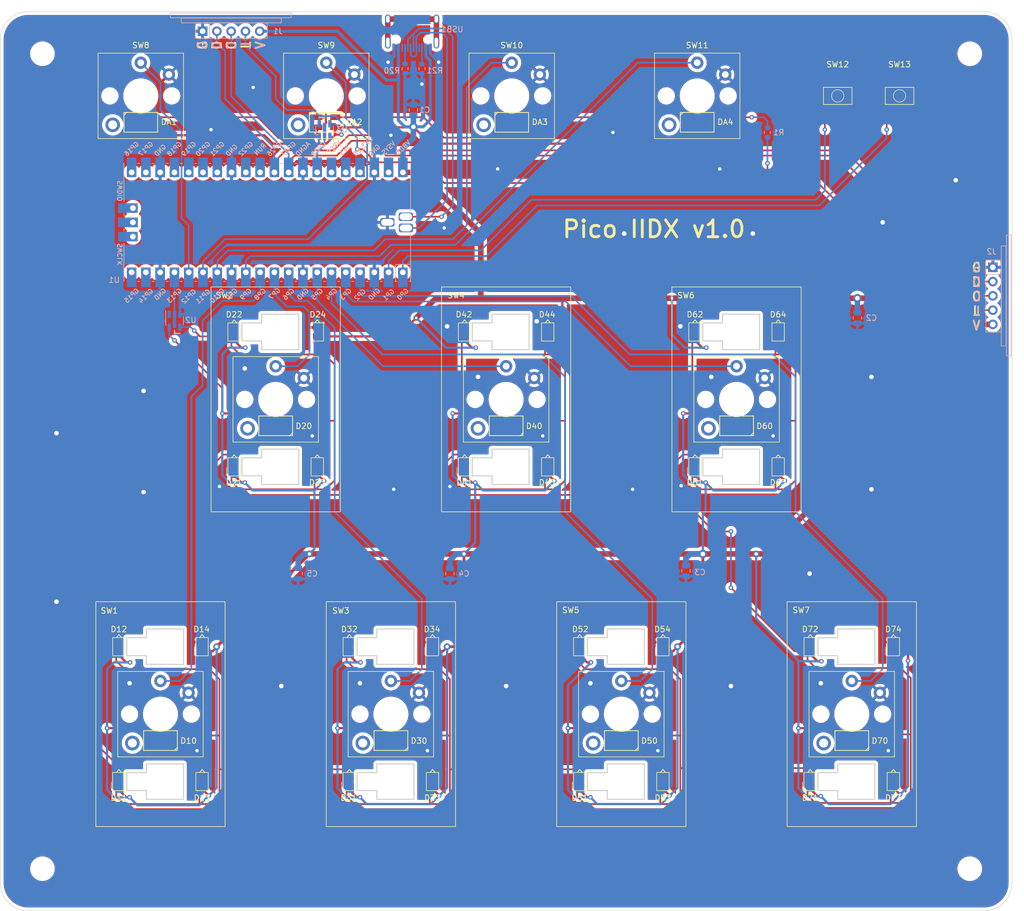
<source format=kicad_pcb>
(kicad_pcb (version 20211014) (generator pcbnew)
  (title_block (title "Pico Controller for IIDX"))
  (layers (0 "F.Cu" signal) (31 "B.Cu" signal) (34 "B.Paste" user) (35 "F.Paste" user) (36 "B.SilkS" user "B.Silkscreen") (37 "F.SilkS" user "F.Silkscreen") (38 "B.Mask" user) (39 "F.Mask" user) (44 "Edge.Cuts" user))
  (net 0 "")
  (net 1 "GND")
  (net 2 "+5V")
  (net 3 "/LED1")
  (net 4 "Net-(R20-Pad1)")
  (net 5 "Net-(R21-Pad1)")
  (net 9 "Net-(DA4-PadO)")
  (net 10 "/LED2")
  (net 14 "/LED4")
  (net 16 "Net-(U1-PadTP2)")
  (net 17 "Net-(U1-PadTP3)")
  (net 31 "Net-(U1-Pad34)")
  (net 32 "unconnected-(USB1-Pad13)")
  (net 40 "/SDA")
  (net 41 "/SCL")
  (net 42 "/TT_LED")
  (net 47 "/LED3")
  (net 51 "/LED6")
  (net 55 "/LED5")
  (net 59 "Net-(DA1-PadO)")
  (net 60 "Net-(DA2-PadO)")
  (net 61 "Net-(DA3-PadO)")
  (net 62 "Net-(U1-Pad17)")
  (net 63 "Net-(SW12-Pad1)")
  (net 64 "Net-(SW13-Pad1)")
  (net 65 "Net-(SW1-Pad1)")
  (net 66 "Net-(SW2-Pad1)")
  (net 67 "Net-(SW3-Pad1)")
  (net 68 "/LED7")
  (net 69 "Net-(SW4-Pad1)")
  (net 70 "Net-(SW5-Pad1)")
  (net 71 "Net-(SW6-Pad1)")
  (net 72 "Net-(SW7-Pad1)")
  (net 73 "Net-(SW8-Pad1)")
  (net 74 "Net-(SW9-Pad1)")
  (net 75 "Net-(SW10-Pad1)")
  (net 76 "Net-(SW11-Pad1)")
  (net 77 "/LED8")
  (footprint "iidx_pico:WS2812B-1615" (layer "F.Cu") (at 191.42 132.4 -90)
    (fp_text reference "D72")
    (fp_text value "WS2812B_Unified" hide)
  )
  (footprint "iidx_pico:WS2812B-1615" (layer "F.Cu") (at 124.22 156.4 -90)
    (fp_text reference "D33")
    (fp_text value "WS2812B_Unified" hide)
  )
  (footprint "iidx_pico:WS2812B-2835" (layer "F.Cu") (at 198.82 149.1)
    (fp_text reference "D70")
    (fp_text value "WS2812B_Unified" hide)
  )
  (footprint "iidx_pico:WS2812B-1615" (layer "F.Cu") (at 185.72 76.4 -90)
    (fp_text reference "D64")
    (fp_text value "WS2812B_Unified" hide)
  )
  (footprint "iidx_pico:WS2812B-1615" (layer "F.Cu") (at 191.42 156.4 -90)
    (fp_text reference "D71")
    (fp_text value "WS2812B_Unified" hide)
  )
  (footprint "iidx_pico:WS2812B-1615" (layer "F.Cu") (at 170.92 100.4 -90)
    (fp_text reference "D61")
    (fp_text value "WS2812B_Unified" hide)
  )
  (footprint "iidx_pico:WS2812B-2835" (layer "F.Cu") (at 96.32 93.1)
    (fp_text reference "D20")
    (fp_text value "WS2812B_Unified" hide)
  )
  (footprint "iidx_pico:SW_Kailh_Choc_V1V2_IIDX" (layer "F.Cu") (at 157.82 144.4)
    (fp_text reference "SW5")
    (fp_text value "SWITCH_SPST" hide)
    (fp_line (start 4.1 -15.15) (end 4.1 -8.85) (layer "Edge.Cuts") (width 0.2))
    (fp_line (start -2.5 -15.15) (end -2.5 -13.6) (layer "Edge.Cuts") (width 0.2))
    (fp_line (start -2.5 -15.15) (end 4.1 -15.15) (layer "Edge.Cuts") (width 0.2))
    (fp_line (start -2.5 -10.4) (end -2.5 -8.85) (layer "Edge.Cuts") (width 0.2))
    (fp_line (start -2.5 15.15) (end 4.1 15.15) (layer "Edge.Cuts") (width 0.2))
    (fp_line (start -2.5 -8.85) (end 4.1 -8.85) (layer "Edge.Cuts") (width 0.2))
    (fp_line (start -2.5 -13.6) (end -6 -13.6) (layer "Edge.Cuts") (width 0.2))
    (fp_line (start -2.5 13.6) (end -6 13.6) (layer "Edge.Cuts") (width 0.2))
    (fp_line (start -2.5 10.4) (end -6 10.4) (layer "Edge.Cuts") (width 0.2))
    (fp_line (start -6 10.4) (end -6 13.6) (layer "Edge.Cuts") (width 0.2))
    (fp_line (start -2.5 8.85) (end -2.5 10.4) (layer "Edge.Cuts") (width 0.2))
    (fp_line (start -2.5 -10.4) (end -6 -10.4) (layer "Edge.Cuts") (width 0.2))
    (fp_line (start -6 -13.6) (end -6 -10.4) (layer "Edge.Cuts") (width 0.2))
    (fp_line (start 4.1 8.85) (end 4.1 15.15) (layer "Edge.Cuts") (width 0.2))
    (fp_line (start -2.5 8.85) (end 4.1 8.85) (layer "Edge.Cuts") (width 0.2))
    (fp_line (start -2.5 13.6) (end -2.5 15.15) (layer "Edge.Cuts") (width 0.2))
  )
  (footprint "iidx_pico:WS2812B-1615" (layer "F.Cu") (at 68.42 156.4 -90)
    (fp_text reference "D11")
    (fp_text value "WS2812B_Unified" hide)
  )
  (footprint "iidx_pico:WS2812B-2835" (layer "F.Cu") (at 75.82 149.1)
    (fp_text reference "D10")
    (fp_text value "WS2812B_Unified" hide)
  )
  (footprint "iidx_pico:MountingHole_3.2mm_M3" (layer "F.Cu") (at 54.82 26.9)
    (fp_text reference "SCR1" hide)
    (fp_text value "ScrewHole" hide)
  )
  (footprint "iidx_pico:WS2812B-1615" (layer "F.Cu") (at 144.72 100.4 -90)
    (fp_text reference "D43")
    (fp_text value "WS2812B_Unified" hide)
  )
  (footprint "iidx_pico:WS2812B-1615" (layer "F.Cu") (at 68.42 132.4 -90)
    (fp_text reference "D12")
    (fp_text value "WS2812B_Unified" hide)
  )
  (footprint "iidx_pico:WS2812B-1615" (layer "F.Cu") (at 83.22 156.4 -90)
    (fp_text reference "D13")
    (fp_text value "WS2812B_Unified" hide)
  )
  (footprint "iidx_pico:WS2812B-1615" (layer "F.Cu") (at 165.22 132.4 -90)
    (fp_text reference "D54")
    (fp_text value "WS2812B_Unified" hide)
  )
  (footprint "iidx_pico:SW_Kailh_Choc_V1V2_1.00u_LED" (layer "F.Cu") (at 138.32 34.4)
    (fp_text reference "SW10")
    (fp_text value "SWITCH_SPST" hide)
  )
  (footprint "iidx_pico:SW_Kailh_Choc_V1V2_IIDX" (layer "F.Cu") (at 96.32 88.4)
    (fp_text reference "SW2")
    (fp_text value "SWITCH_SPST" hide)
    (fp_line (start -2.5 10.4) (end -6 10.4) (layer "Edge.Cuts") (width 0.2))
    (fp_line (start -2.5 -10.4) (end -6 -10.4) (layer "Edge.Cuts") (width 0.2))
    (fp_line (start -2.5 -13.6) (end -6 -13.6) (layer "Edge.Cuts") (width 0.2))
    (fp_line (start -2.5 -10.4) (end -2.5 -8.85) (layer "Edge.Cuts") (width 0.2))
    (fp_line (start -2.5 -15.15) (end -2.5 -13.6) (layer "Edge.Cuts") (width 0.2))
    (fp_line (start -2.5 -15.15) (end 4.1 -15.15) (layer "Edge.Cuts") (width 0.2))
    (fp_line (start 4.1 -15.15) (end 4.1 -8.85) (layer "Edge.Cuts") (width 0.2))
    (fp_line (start -2.5 8.85) (end 4.1 8.85) (layer "Edge.Cuts") (width 0.2))
    (fp_line (start -6 -13.6) (end -6 -10.4) (layer "Edge.Cuts") (width 0.2))
    (fp_line (start -6 10.4) (end -6 13.6) (layer "Edge.Cuts") (width 0.2))
    (fp_line (start -2.5 13.6) (end -6 13.6) (layer "Edge.Cuts") (width 0.2))
    (fp_line (start -2.5 15.15) (end 4.1 15.15) (layer "Edge.Cuts") (width 0.2))
    (fp_line (start -2.5 13.6) (end -2.5 15.15) (layer "Edge.Cuts") (width 0.2))
    (fp_line (start -2.5 -8.85) (end 4.1 -8.85) (layer "Edge.Cuts") (width 0.2))
    (fp_line (start -2.5 8.85) (end -2.5 10.4) (layer "Edge.Cuts") (width 0.2))
    (fp_line (start 4.1 8.85) (end 4.1 15.15) (layer "Edge.Cuts") (width 0.2))
  )
  (footprint "iidx_pico:SW_Kailh_Choc_V1V2_IIDX" (layer "F.Cu") (at 116.82 144.4)
    (fp_text reference "SW3")
    (fp_text value "SWITCH_SPST" hide)
    (fp_line (start -2.5 8.85) (end -2.5 10.4) (layer "Edge.Cuts") (width 0.2))
    (fp_line (start 4.1 -15.15) (end 4.1 -8.85) (layer "Edge.Cuts") (width 0.2))
    (fp_line (start -2.5 8.85) (end 4.1 8.85) (layer "Edge.Cuts") (width 0.2))
    (fp_line (start -2.5 -10.4) (end -6 -10.4) (layer "Edge.Cuts") (width 0.2))
    (fp_line (start 4.1 8.85) (end 4.1 15.15) (layer "Edge.Cuts") (width 0.2))
    (fp_line (start -2.5 -10.4) (end -2.5 -8.85) (layer "Edge.Cuts") (width 0.2))
    (fp_line (start -2.5 -15.15) (end 4.1 -15.15) (layer "Edge.Cuts") (width 0.2))
    (fp_line (start -2.5 -13.6) (end -6 -13.6) (layer "Edge.Cuts") (width 0.2))
    (fp_line (start -2.5 13.6) (end -6 13.6) (layer "Edge.Cuts") (width 0.2))
    (fp_line (start -2.5 15.15) (end 4.1 15.15) (layer "Edge.Cuts") (width 0.2))
    (fp_line (start -2.5 13.6) (end -2.5 15.15) (layer "Edge.Cuts") (width 0.2))
    (fp_line (start -2.5 -15.15) (end -2.5 -13.6) (layer "Edge.Cuts") (width 0.2))
    (fp_line (start -6 -13.6) (end -6 -10.4) (layer "Edge.Cuts") (width 0.2))
    (fp_line (start -6 10.4) (end -6 13.6) (layer "Edge.Cuts") (width 0.2))
    (fp_line (start -2.5 10.4) (end -6 10.4) (layer "Edge.Cuts") (width 0.2))
    (fp_line (start -2.5 -8.85) (end 4.1 -8.85) (layer "Edge.Cuts") (width 0.2))
  )
  (footprint "iidx_pico:WS2812B-2835" (layer "F.Cu") (at 178.32 93.1)
    (fp_text reference "D60")
    (fp_text value "WS2812B_Unified" hide)
  )
  (footprint "iidx_pico:SW_Kailh_Choc_V1V2_1.00u_LED" (layer "F.Cu") (at 105.32 34.4)
    (fp_text reference "SW9")
    (fp_text value "SWITCH_SPST" hide)
  )
  (footprint "iidx_pico:SW_Kailh_Choc_V1V2_1.00u_LED" (layer "F.Cu") (at 72.32 34.4)
    (fp_text reference "SW8")
    (fp_text value "SWITCH_SPST" hide)
  )
  (footprint "iidx_pico:WS2812B-1615" (layer "F.Cu") (at 103.72 76.4 -90)
    (fp_text reference "D24")
    (fp_text value "WS2812B_Unified" hide)
  )
  (footprint "iidx_pico:EVQP1K05M" (layer "F.Cu") (at 207.32 34.4 90)
    (fp_text reference "SW13")
    (fp_text value "Tact_4pin")
  )
  (footprint "iidx_pico:MountingHole_3.2mm_M3" (layer "F.Cu") (at 219.82 26.9)
    (fp_text reference "SCR2" hide)
    (fp_text value "ScrewHole" hide)
  )
  (footprint "iidx_pico:WS2812B-1615" (layer "F.Cu") (at 170.92 76.4 -90)
    (fp_text reference "D62")
    (fp_text value "WS2812B_Unified" hide)
  )
  (footprint "iidx_pico:WS2812B-1615" (layer "F.Cu") (at 88.92 76.4 -90)
    (fp_text reference "D22")
    (fp_text value "WS2812B_Unified" hide)
  )
  (footprint "iidx_pico:WS2812B-1615" (layer "F.Cu") (at 185.72 100.4 -90)
    (fp_text reference "D63")
    (fp_text value "WS2812B_Unified" hide)
  )
  (footprint "iidx_pico:WS2812B-2835" (layer "F.Cu") (at 157.82 149.1)
    (fp_text reference "D50")
    (fp_text value "WS2812B_Unified" hide)
  )
  (footprint "iidx_pico:EVQP1K05M" (layer "F.Cu") (at 196.32 34.4 90)
    (fp_text reference "SW12")
    (fp_text value "Tact_4pin")
  )
  (footprint "iidx_pico:WS2812B-2835" (layer "F.Cu") (at 138.32 39.1 180)
    (fp_text reference "DA3")
    (fp_text value "WS2812B_Unified" hide)
  )
  (footprint "iidx_pico:WS2812B-1615" (layer "F.Cu") (at 206.22 132.4 -90)
    (fp_text reference "D74")
    (fp_text value "WS2812B_Unified" hide)
  )
  (footprint "iidx_pico:WS2812B-2835" (layer "F.Cu") (at 171.32 39.1 180)
    (fp_text reference "DA4")
    (fp_text value "WS2812B_Unified" hide)
  )
  (footprint "iidx_pico:WS2812B-1615" (layer "F.Cu") (at 129.92 100.4 -90)
    (fp_text reference "D41")
    (fp_text value "WS2812B_Unified" hide)
  )
  (footprint "iidx_pico:WS2812B-2835" (layer "F.Cu") (at 105.32 39.1 180)
    (fp_text reference "DA2")
    (fp_text value "WS2812B_Unified" hide)
  )
  (footprint "iidx_pico:WS2812B-1615" (layer "F.Cu") (at 88.92 100.4 -90)
    (fp_text reference "D21")
    (fp_text value "WS2812B_Unified" hide)
  )
  (footprint "iidx_pico:WS2812B-1615" (layer "F.Cu") (at 165.22 156.4 -90)
    (fp_text reference "D53")
    (fp_text value "WS2812B_Unified" hide)
  )
  (footprint "iidx_pico:WS2812B-2835" (layer "F.Cu") (at 72.32 39.1 180)
    (fp_text reference "DA1")
    (fp_text value "WS2812B_Unified" hide)
  )
  (footprint "iidx_pico:WS2812B-1615" (layer "F.Cu") (at 144.72 76.4 -90)
    (fp_text reference "D44")
    (fp_text value "WS2812B_Unified" hide)
  )
  (footprint "iidx_pico:WS2812B-1615" (layer "F.Cu") (at 103.72 100.4 -90)
    (fp_text reference "D23")
    (fp_text value "WS2812B_Unified" hide)
  )
  (footprint "iidx_pico:WS2812B-1615" (layer "F.Cu") (at 150.42 156.4 -90)
    (fp_text reference "D51")
    (fp_text value "WS2812B_Unified" hide)
  )
  (footprint "iidx_pico:SW_Kailh_Choc_V1V2_IIDX" (layer "F.Cu") (at 178.32 88.4)
    (fp_text reference "SW6")
    (fp_text value "SWITCH_SPST" hide)
    (fp_line (start -2.5 13.6) (end -2.5 15.15) (layer "Edge.Cuts") (width 0.2))
    (fp_line (start -2.5 15.15) (end 4.1 15.15) (layer "Edge.Cuts") (width 0.2))
    (fp_line (start -2.5 -15.15) (end -2.5 -13.6) (layer "Edge.Cuts") (width 0.2))
    (fp_line (start -2.5 10.4) (end -6 10.4) (layer "Edge.Cuts") (width 0.2))
    (fp_line (start -2.5 13.6) (end -6 13.6) (layer "Edge.Cuts") (width 0.2))
    (fp_line (start -2.5 8.85) (end 4.1 8.85) (layer "Edge.Cuts") (width 0.2))
    (fp_line (start -6 -13.6) (end -6 -10.4) (layer "Edge.Cuts") (width 0.2))
    (fp_line (start -2.5 -15.15) (end 4.1 -15.15) (layer "Edge.Cuts") (width 0.2))
    (fp_line (start -2.5 -13.6) (end -6 -13.6) (layer "Edge.Cuts") (width 0.2))
    (fp_line (start -2.5 8.85) (end -2.5 10.4) (layer "Edge.Cuts") (width 0.2))
    (fp_line (start -2.5 -10.4) (end -6 -10.4) (layer "Edge.Cuts") (width 0.2))
    (fp_line (start 4.1 -15.15) (end 4.1 -8.85) (layer "Edge.Cuts") (width 0.2))
    (fp_line (start -2.5 -10.4) (end -2.5 -8.85) (layer "Edge.Cuts") (width 0.2))
    (fp_line (start -6 10.4) (end -6 13.6) (layer "Edge.Cuts") (width 0.2))
    (fp_line (start 4.1 8.85) (end 4.1 15.15) (layer "Edge.Cuts") (width 0.2))
    (fp_line (start -2.5 -8.85) (end 4.1 -8.85) (layer "Edge.Cuts") (width 0.2))
  )
  (footprint "iidx_pico:SW_Kailh_Choc_V1V2_1.00u_LED" (layer "F.Cu") (at 171.32 34.4)
    (fp_text reference "SW11")
    (fp_text value "SWITCH_SPST" hide)
  )
  (footprint "iidx_pico:WS2812B-2835" (layer "F.Cu") (at 137.32 93.1)
    (fp_text reference "D40")
    (fp_text value "WS2812B_Unified" hide)
  )
  (footprint "iidx_pico:SW_Kailh_Choc_V1V2_IIDX" (layer "F.Cu") (at 198.82 144.4)
    (fp_text reference "SW7")
    (fp_text value "SWITCH_SPST" hide)
    (fp_line (start -2.5 15.15) (end 4.1 15.15) (layer "Edge.Cuts") (width 0.2))
    (fp_line (start 4.1 -15.15) (end 4.1 -8.85) (layer "Edge.Cuts") (width 0.2))
    (fp_line (start 4.1 8.85) (end 4.1 15.15) (layer "Edge.Cuts") (width 0.2))
    (fp_line (start -2.5 8.85) (end 4.1 8.85) (layer "Edge.Cuts") (width 0.2))
    (fp_line (start -2.5 -10.4) (end -6 -10.4) (layer "Edge.Cuts") (width 0.2))
    (fp_line (start -2.5 13.6) (end -2.5 15.15) (layer "Edge.Cuts") (width 0.2))
    (fp_line (start -6 -13.6) (end -6 -10.4) (layer "Edge.Cuts") (width 0.2))
    (fp_line (start -2.5 -10.4) (end -2.5 -8.85) (layer "Edge.Cuts") (width 0.2))
    (fp_line (start -6 10.4) (end -6 13.6) (layer "Edge.Cuts") (width 0.2))
    (fp_line (start -2.5 -13.6) (end -6 -13.6) (layer "Edge.Cuts") (width 0.2))
    (fp_line (start -2.5 -15.15) (end 4.1 -15.15) (layer "Edge.Cuts") (width 0.2))
    (fp_line (start -2.5 -15.15) (end -2.5 -13.6) (layer "Edge.Cuts") (width 0.2))
    (fp_line (start -2.5 8.85) (end -2.5 10.4) (layer "Edge.Cuts") (width 0.2))
    (fp_line (start -2.5 13.6) (end -6 13.6) (layer "Edge.Cuts") (width 0.2))
    (fp_line (start -2.5 10.4) (end -6 10.4) (layer "Edge.Cuts") (width 0.2))
    (fp_line (start -2.5 -8.85) (end 4.1 -8.85) (layer "Edge.Cuts") (width 0.2))
  )
  (footprint "iidx_pico:WS2812B-1615" (layer "F.Cu") (at 129.92 76.4 -90)
    (fp_text reference "D42")
    (fp_text value "WS2812B_Unified" hide)
  )
  (footprint "iidx_pico:SW_Kailh_Choc_V1V2_IIDX" (layer "F.Cu") (at 137.32 88.4)
    (fp_text reference "SW4")
    (fp_text value "SWITCH_SPST" hide)
    (fp_line (start -2.5 13.6) (end -2.5 15.15) (layer "Edge.Cuts") (width 0.2))
    (fp_line (start -2.5 -15.15) (end -2.5 -13.6) (layer "Edge.Cuts") (width 0.2))
    (fp_line (start -2.5 13.6) (end -6 13.6) (layer "Edge.Cuts") (width 0.2))
    (fp_line (start 4.1 8.85) (end 4.1 15.15) (layer "Edge.Cuts") (width 0.2))
    (fp_line (start -6 -13.6) (end -6 -10.4) (layer "Edge.Cuts") (width 0.2))
    (fp_line (start -6 10.4) (end -6 13.6) (layer "Edge.Cuts") (width 0.2))
    (fp_line (start -2.5 -13.6) (end -6 -13.6) (layer "Edge.Cuts") (width 0.2))
    (fp_line (start -2.5 -10.4) (end -2.5 -8.85) (layer "Edge.Cuts") (width 0.2))
    (fp_line (start -2.5 8.85) (end -2.5 10.4) (layer "Edge.Cuts") (width 0.2))
    (fp_line (start -2.5 15.15) (end 4.1 15.15) (layer "Edge.Cuts") (width 0.2))
    (fp_line (start -2.5 -10.4) (end -6 -10.4) (layer "Edge.Cuts") (width 0.2))
    (fp_line (start 4.1 -15.15) (end 4.1 -8.85) (layer "Edge.Cuts") (width 0.2))
    (fp_line (start -2.5 8.85) (end 4.1 8.85) (layer "Edge.Cuts") (width 0.2))
    (fp_line (start -2.5 10.4) (end -6 10.4) (layer "Edge.Cuts") (width 0.2))
    (fp_line (start -2.5 -8.85) (end 4.1 -8.85) (layer "Edge.Cuts") (width 0.2))
    (fp_line (start -2.5 -15.15) (end 4.1 -15.15) (layer "Edge.Cuts") (width 0.2))
  )
  (footprint "iidx_pico:WS2812B-1615" (layer "F.Cu") (at 109.42 132.4 -90)
    (fp_text reference "D32")
    (fp_text value "WS2812B_Unified" hide)
  )
  (footprint "iidx_pico:WS2812B-1615" (layer "F.Cu") (at 109.42 156.4 -90)
    (fp_text reference "D31")
    (fp_text value "WS2812B_Unified" hide)
  )
  (footprint "iidx_pico:MountingHole_3.2mm_M3" (layer "F.Cu") (at 219.82 171.9)
    (fp_text reference "SCR4" hide)
    (fp_text value "ScrewHole" hide)
  )
  (footprint "iidx_pico:MountingHole_3.2mm_M3" (layer "F.Cu") (at 54.82 171.9)
    (fp_text reference "SCR3" hide)
    (fp_text value "ScrewHole" hide)
  )
  (footprint "iidx_pico:WS2812B-2835" (layer "F.Cu") (at 116.82 149.1)
    (fp_text reference "D30")
    (fp_text value "WS2812B_Unified" hide)
  )
  (footprint "iidx_pico:SW_Kailh_Choc_V1V2_IIDX" (layer "F.Cu") (at 75.82 144.4)
    (fp_text reference "SW1")
    (fp_text value "SWITCH_SPST" hide)
    (fp_line (start -2.5 13.6) (end -2.5 15.15) (layer "Edge.Cuts") (width 0.2))
    (fp_line (start -2.5 -15.15) (end -2.5 -13.6) (layer "Edge.Cuts") (width 0.2))
    (fp_line (start -6 10.4) (end -6 13.6) (layer "Edge.Cuts") (width 0.2))
    (fp_line (start -2.5 8.85) (end 4.1 8.85) (layer "Edge.Cuts") (width 0.2))
    (fp_line (start -2.5 -15.15) (end 4.1 -15.15) (layer "Edge.Cuts") (width 0.2))
    (fp_line (start -2.5 15.15) (end 4.1 15.15) (layer "Edge.Cuts") (width 0.2))
    (fp_line (start -2.5 -10.4) (end -6 -10.4) (layer "Edge.Cuts") (width 0.2))
    (fp_line (start -6 -13.6) (end -6 -10.4) (layer "Edge.Cuts") (width 0.2))
    (fp_line (start -2.5 8.85) (end -2.5 10.4) (layer "Edge.Cuts") (width 0.2))
    (fp_line (start -2.5 13.6) (end -6 13.6) (layer "Edge.Cuts") (width 0.2))
    (fp_line (start -2.5 10.4) (end -6 10.4) (layer "Edge.Cuts") (width 0.2))
    (fp_line (start -2.5 -10.4) (end -2.5 -8.85) (layer "Edge.Cuts") (width 0.2))
    (fp_line (start -2.5 -8.85) (end 4.1 -8.85) (layer "Edge.Cuts") (width 0.2))
    (fp_line (start 4.1 8.85) (end 4.1 15.15) (layer "Edge.Cuts") (width 0.2))
    (fp_line (start -2.5 -13.6) (end -6 -13.6) (layer "Edge.Cuts") (width 0.2))
    (fp_line (start 4.1 -15.15) (end 4.1 -8.85) (layer "Edge.Cuts") (width 0.2))
  )
  (footprint "iidx_pico:WS2812B-1615" (layer "F.Cu") (at 124.22 132.4 -90)
    (fp_text reference "D34")
    (fp_text value "WS2812B_Unified" hide)
  )
  (footprint "iidx_pico:WS2812B-1615" (layer "F.Cu") (at 83.22 132.4 -90)
    (fp_text reference "D14")
    (fp_text value "WS2812B_Unified" hide)
  )
  (footprint "iidx_pico:WS2812B-1615" (layer "F.Cu") (at 150.42 132.4 -90)
    (fp_text reference "D52")
    (fp_text value "WS2812B_Unified" hide)
  )
  (footprint "iidx_pico:WS2812B-1615" (layer "F.Cu") (at 206.22 156.4 -90)
    (fp_text reference "D73")
    (fp_text value "WS2812B_Unified" hide)
  )
  (footprint "iidx_pico:SOT-23-5_Jumper" (layer "B.Cu") (at 78.32 74.4 -90)
    (fp_text reference "U2")
    (fp_text value "SN74LV1T34DBV")
  )
  (footprint "Capacitor_SMD:C_0805_2012Metric" (layer "B.Cu") (at 169.32 118.9 -90)
    (fp_text reference "C3")
    (fp_text value "1uF" hide)
  )
  (footprint "MCU_RaspberryPi_and_Boards:RPi_Pico_SMD" (layer "B.Cu") (at 94.82 56.9 90)
    (fp_text reference "U1")
    (fp_text value "Pico")
  )
  (footprint "Capacitor_SMD:C_0805_2012Metric" (layer "B.Cu") (at 199.82 73.9 -90)
    (fp_text reference "C2")
    (fp_text value "1uF" hide)
  )
  (footprint "Capacitor_SMD:C_0805_2012Metric" (layer "B.Cu") (at 100.32 119.4 -90)
    (fp_text reference "C5")
    (fp_text value "1uF" hide)
  )
  (footprint "iidx_pico:Pogo_5P_Female" (layer "B.Cu") (at 83.32 22.9 -90)
    (fp_text reference "J1")
    (fp_text value "CONN_01x05" hide)
  )
  (footprint "Resistor_SMD:R_0603_1608Metric" (layer "B.Cu") (at 119.34381 29.55 -90)
    (fp_text reference "R20")
    (fp_text value "5K1" hide)
  )
  (footprint "Capacitor_SMD:C_0805_2012Metric" (layer "B.Cu") (at 127.32 119.4 -90)
    (fp_text reference "C4")
    (fp_text value "1uF" hide)
  )
  (footprint "Resistor_SMD:R_0603_1608Metric" (layer "B.Cu") (at 122.34381 29.55 -90)
    (fp_text reference "R21")
    (fp_text value "5K1" hide)
  )
  (footprint "iidx_pico:SOT-23-5_Jumper" (layer "B.Cu") (at 105.02 40.5 90)
    (fp_text reference "U3")
    (fp_text value "SN74LV1T34DBV")
  )
  (footprint "Resistor_SMD:R_0603_1608Metric" (layer "B.Cu") (at 183.82 40.9 -90)
    (fp_text reference "R1")
    (fp_text value "10" hide)
  )
  (footprint "iidx_pico:Pogo_5P_Female" (layer "B.Cu") (at 223.92 64.9 180)
    (fp_text reference "J2")
    (fp_text value "CONN_01x05" hide)
  )
  (footprint "Type-C:HRO-TYPE-C-31-M-12-Assembly" (layer "B.Cu") (at 120.59381 18.1375)
    (fp_text reference "USB1")
    (fp_text value "U262-161N-4BVC11" hide)
  )
  (footprint "Capacitor_SMD:C_0805_2012Metric" (layer "B.Cu") (at 120.82 36.9 90)
    (fp_text reference "C1")
    (fp_text value "1uF" hide)
  )
  (gr_line (start 227.32 24.4) (end 227.32 174.4) (layer "Edge.Cuts") (width 0.1))
  (gr_arc (start 222.32 19.4) (mid 225.855534 20.864466) (end 227.32 24.4) (layer "Edge.Cuts") (width 0.1))
  (gr_line (start 47.32 174.4) (end 47.32 24.4) (layer "Edge.Cuts") (width 0.1))
  (gr_line (start 52.32 19.4) (end 222.32 19.4) (layer "Edge.Cuts") (width 0.1))
  (gr_line (start 52.32 179.4) (end 222.32 179.4) (layer "Edge.Cuts") (width 0.1))
  (gr_arc (start 227.32 174.4) (mid 225.855534 177.935534) (end 222.32 179.4) (layer "Edge.Cuts") (width 0.1))
  (gr_arc (start 47.32 24.4) (mid 48.784466 20.864466) (end 52.32 19.4) (layer "Edge.Cuts") (width 0.1))
  (gr_arc (start 52.32 179.4) (mid 48.784466 177.935534) (end 47.32 174.4) (layer "Edge.Cuts") (width 0.1))
  (gr_text "G\nD\nC\nL\nV" (at 88.444079 25.399999 90) (layer "B.SilkS") (effects (font (size 1.6 1.5) (thickness 0.3)) (justify mirror)))
  (gr_text "G\nD\nC\nL\nV" (at 221.043946 70.121602) (layer "B.SilkS") (effects (font (size 1.6 1.5) (thickness 0.3)) (justify mirror)))
  (gr_text "G\nD\nC\nL\nV" (at 88.458807 25.373368 90) (layer "F.SilkS") (effects (font (size 1.6 1.5) (thickness 0.3))))
  (gr_text "G\nD\nC\nL\nV" (at 220.992803 70.088944) (layer "F.SilkS") (effects (font (size 1.6 1.5) (thickness 0.3))))
  (gr_text "Pico IIDX v1.0" (at 163.62 58.1) (layer "F.SilkS") (effects (font (size 3 3) (thickness 0.5))))
  (via (at 173.82 84.4) (size 1.5) (drill 0.8) (layers "F.Cu" "B.Cu") (net 1))
  (via (at 156.32 40.9) (size 1.2) (drill 0.6) (layers "F.Cu" "B.Cu") (net 1))
  (via (at 158.32 58.9) (size 1.5) (drill 0.8) (layers "F.Cu" "B.Cu") (net 1))
  (via (at 72.82 86.9) (size 1.5) (drill 0.8) (layers "F.Cu" "B.Cu") (net 1))
  (via (at 82.32 150.9) (size 1.2) (drill 0.6) (layers "F.Cu" "B.Cu") (net 1))
  (via (at 90.82 82.9) (size 1.5) (drill 0.8) (layers "F.Cu" "B.Cu") (net 1))
  (via (at 97.32 139.4) (size 1.5) (drill 0.8) (layers "F.Cu" "B.Cu") (net 1))
  (via (at 84.82 40.4) (size 1.2) (drill 0.6) (layers "F.Cu" "B.Cu") (net 1))
  (via (at 116.32 28.4) (size 1) (drill 0.6) (layers "F.Cu" "B.Cu") (net 1))
  (via (at 57.32 94.4) (size 1.5) (drill 0.8) (layers "F.Cu" "B.Cu") (net 1))
  (via (at 135.82 47.4) (size 1.2) (drill 0.6) (layers "F.Cu" "B.Cu") (net 1))
  (via (at 132.32 84.4) (size 1.5) (drill 0.8) (layers "F.Cu" "B.Cu") (net 1))
  (via (at 205.32 150.9) (size 1.2) (drill 0.6) (layers "F.Cu" "B.Cu") (net 1))
  (via (at 193.32 138.9) (size 1.5) (drill 0.8) (layers "F.Cu" "B.Cu") (net 1))
  (via (at 57.32 124.4) (size 1.5) (drill 0.8) (layers "F.Cu" "B.Cu") (net 1))
  (via (at 217.32 49.4) (size 1.5) (drill 0.8) (layers "F.Cu" "B.Cu") (net 1))
  (via (at 86.32 103.9) (size 1.2) (drill 0.6) (layers "F.Cu" "B.Cu") (net 1))
  (via (at 191.32 119.4) (size 1.5) (drill 0.8) (layers "F.Cu" "B.Cu") (net 1))
  (via (at 164.32 150.9) (size 1.2) (drill 0.6) (layers "F.Cu" "B.Cu") (net 1))
  (via (at 126.82 75.4) (size 1.5) (drill 0.8) (layers "F.Cu" "B.Cu") (net 1))
  (via (at 168.456043 103.763957) (size 1.2) (drill 0.6) (layers "F.Cu" "B.Cu") (net 1))
  (via (at 175.32 47.4) (size 1.2) (drill 0.6) (layers "F.Cu" "B.Cu") (net 1))
  (via (at 117.32 104.4) (size 1.2) (drill 0.6) (layers "F.Cu" "B.Cu") (net 1))
  (via (at 116.82 41.4) (size 1.2) (drill 0.6) (layers "F.Cu" "B.Cu") (net 1))
  (via (at 142.766742 74.491196) (size 1.5) (drill 0.8) (layers "F.Cu" "B.Cu") (net 1))
  (via (at 143.82 94.9) (size 1.2) (drill 0.6) (layers "F.Cu" "B.Cu") (net 1))
  (via (at 168.32 75.4) (size 1.5) (drill 0.8) (layers "F.Cu" "B.Cu") (net 1))
  (via locked (at 122.34381 32.3) (size 1) (drill 0.6) (layers "F.Cu" "B.Cu") (net 1))
  (via (at 204.32 56.9) (size 1.5) (drill 0.8) (layers "F.Cu" "B.Cu") (net 1))
  (via (at 70.32 138.9) (size 1.5) (drill 0.8) (layers "F.Cu" "B.Cu") (net 1))
  (via (at 177.32 139.4) (size 1.5) (drill 0.8) (layers "F.Cu" "B.Cu") (net 1))
  (via (at 202.32 104.4) (size 1.5) (drill 0.8) (layers "F.Cu" "B.Cu") (net 1))
  (via (at 111.32 138.9) (size 1.5) (drill 0.8) (layers "F.Cu" "B.Cu") (net 1))
  (via (at 152.32 138.9) (size 1.5) (drill 0.8) (layers "F.Cu" "B.Cu") (net 1))
  (via (at 92.32 32.9) (size 1.2) (drill 0.6) (layers "F.Cu" "B.Cu") (net 1))
  (via (at 159.82 104.4) (size 1.2) (drill 0.6) (layers "F.Cu" "B.Cu") (net 1))
  (via (at 137.32 139.4) (size 1.5) (drill 0.8) (layers "F.Cu" "B.Cu") (net 1))
  (via (at 202.32 84.4) (size 1.5) (drill 0.8) (layers "F.Cu" "B.Cu") (net 1))
  (via (at 102.82 94.9) (size 1.2) (drill 0.6) (layers "F.Cu" "B.Cu") (net 1))
  (via (at 72.82 104.9) (size 1.5) (drill 0.8) (layers "F.Cu" "B.Cu") (net 1))
  (via (at 127.32 103.9) (size 1.2) (drill 0.6) (layers "F.Cu" "B.Cu") (net 1))
  (via (at 125.32 28.4) (size 1) (drill 0.6) (layers "F.Cu" "B.Cu") (net 1))
  (via (at 181.22 58.9) (size 1.5) (drill 0.8) (layers "F.Cu" "B.Cu") (net 1))
  (via (at 123.32 150.9) (size 1.2) (drill 0.6) (layers "F.Cu" "B.Cu") (net 1))
  (via (at 126.32 57.9) (size 1.2) (drill 0.6) (layers "F.Cu" "B.Cu") (net 1))
  (via (at 184.82 94.9) (size 1.2) (drill 0.6) (layers "F.Cu" "B.Cu") (net 1))
  (segment (start 123.81881 26.89881) (end 123.81881 25.8325) (width 0.5) (layer "B.Cu") (net 1))
  (segment (start 117.36881 25.8325) (end 117.36881 27.35119) (width 0.5) (layer "B.Cu") (net 1))
  (segment (start 117.36881 27.35119) (end 116.32 28.4) (width 0.5) (layer "B.Cu") (net 1))
  (segment (start 123.81881 26.89881) (end 125.32 28.4) (width 0.5) (layer "B.Cu") (net 1))
  (segment (start 104.2 101.2) (end 104.2 102.18) (width 0.4) (layer "F.Cu") (net 2))
  (segment (start 135.72 92.2) (end 134.12 92.2) (width 0.4) (layer "F.Cu") (net 2))
  (segment (start 150.9 158.38) (end 151.72 159.2) (width 0.4) (layer "F.Cu") (net 2))
  (segment (start 167.82 132.4) (end 172.32 127.9) (width 0.5) (layer "F.Cu") (net 2))
  (segment (start 167.02 133.2) (end 167.82 132.4) (width 0.4) (layer "F.Cu") (net 2))
  (segment (start 109.9 157.2) (end 109.9 158.38) (width 0.4) (layer "F.Cu") (net 2))
  (segment (start 121.93 48.01) (end 132.82 58.9) (width 1) (layer "F.Cu") (net 2))
  (segment (start 89.4 77.2) (end 89.4 78.38) (width 0.4) (layer "F.Cu") (net 2))
  (segment (start 205.82 70.4) (end 210.48 75.06) (width 1) (layer "F.Cu") (net 2))
  (segment (start 106.92 41.3) (end 105.32 42.9) (width 0.4) (layer "F.Cu") (net 2))
  (segment (start 102.32 115.9) (end 85.82 132.4) (width 0.6) (layer "F.Cu") (net 2))
  (segment (start 132.82 58.9) (end 132.82 70.4) (width 1) (layer "F.Cu") (net 2))
  (segment (start 69.72 159.2) (end 70.32 159.2) (width 0.4) (layer "F.Cu") (net 2))
  (segment (start 188.32 70.4) (end 190.82 70.4) (width 1) (layer "F.Cu") (net 2))
  (segment (start 129.82 131.4) (end 129.82 115.9) (width 0.5) (layer "F.Cu") (net 2))
  (segment (start 171.4 101.2) (end 171.4 102.38) (width 0.4) (layer "F.Cu") (net 2))
  (segment (start 126.82 132.4) (end 128.82 132.4) (width 0.5) (layer "F.Cu") (net 2))
  (segment (start 86.82 86.4) (end 86.82 90.9) (width 0.3) (layer "F.Cu") (net 2))
  (segment (start 191.9 158.18) (end 192.72 159) (width 0.4) (layer "F.Cu") (net 2))
  (segment (start 208.12 133.2) (end 208.82 133.9) (width 0.4) (layer "F.Cu") (net 2))
  (segment (start 206.7 133.2) (end 208.12 133.2) (width 0.4) (layer "F.Cu") (net 2))
  (segment (start 172.92 41.8) (end 172.92 40) (width 0.4) (layer "F.Cu") (net 2))
  (segment (start 89.4 102.38) (end 90.22 103.2) (width 0.4) (layer "F.Cu") (net 2))
  (segment (start 85.82 132.5) (end 85.12 133.2) (width 0.4) (layer "F.Cu") (net 2))
  (segment (start 146.52 77.2) (end 147.32 76.4) (width 0.4) (layer "F.Cu") (net 2))
  (segment (start 191.9 134.18) (end 192.72 135) (width 0.4) (layer "F.Cu") (net 2))
  (segment (start 151.72 159.2) (end 152.32 159.2) (width 0.4) (layer "F.Cu") (net 2))
  (segment (start 195.62 148.2) (end 194.32 146.9) (width 0.4) (layer "F.Cu") (net 2))
  (segment (start 85.12 133.2) (end 83.7 133.2) (width 0.4) (layer "F.Cu") (net 2))
  (segment (start 190.82 108.4) (end 183.32 115.9) (width 1) (layer "F.Cu") (net 2))
  (segment (start 77.62 41.4) (end 76.22 40) (width 0.4) (layer "F.Cu") (net 2))
  (segment (start 132.82 70.4) (end 147.32 70.4) (width 1) (layer "F.Cu") (net 2))
  (segment (start 83.7 157.2) (end 83.7 158.18) (width 0.4) (layer "F.Cu") (net 2))
  (segment (start 145.2 102.18) (end 145.92 102.9) (width 0.4) (layer "F.Cu") (net 2))
  (segment (start 171.4 77.2) (end 171.4 78.38) (width 0.4) (layer "F.Cu") (net 2))
  (segment (start 151.72 135.2) (end 152.42 135.2) (width 0.4) (layer "F.Cu") (net 2))
  (segment (start 186.2 77.2) (end 190.82 77.2) (width 0.4) (layer "F.Cu") (net 2))
  (segment (start 172.32 127.9) (end 172.32 115.9) (width 0.5) (layer "F.Cu") (net 2))
  (segment (start 186.2 102.18) (end 186.92 102.9) (width 0.4) (layer "F.Cu") (net 2))
  (segment (start 150.9 133.2) (end 150.9 134.38) (width 0.4) (layer "F.Cu") (net 2))
  (segment (start 118.02 77.2) (end 104.2 77.2) (width 0.4) (layer "F.Cu") (net 2))
  (segment (start 145.2 101.2) (end 145.2 102.18) (width 0.4) (layer "F.Cu") (net 2))
  (segment (start 109.9 134.38) (end 110.72 135.2) (width 0.4) (layer "F.Cu") (net 2))
  (segment (start 197.22 148.2) (end 195.62 148.2) (width 0.4) (layer "F.Cu") (net 2))
  (segment (start 95.82 42.9) (end 94.32 41.4) (width 0.4) (layer "F.Cu") (net 2))
  (segment (start 171.4 78.38) (end 172.22 79.2) (width 0.4) (layer "F.Cu") (net 2))
  (segment (start 183.32 115.9) (end 172.32 115.9) (width 1) (layer "F.Cu") (net 2))
  (segment (start 165.7 158.18) (end 166.42 158.9) (width 0.4) (layer "F.Cu") (net 2))
  (segment (start 128.82 132.4) (end 129.82 131.4) (width 0.5) (layer "F.Cu") (net 2))
  (segment (start 145.2 77.2) (end 146.52 77.2) (width 0.4) (layer "F.Cu") (net 2))
  (segment (start 120.82 39.9) (end 120.72 40) (width 0.3) (layer "F.Cu") (net 2))
  (segment (start 172.22 79.2) (end 172.92 79.2) (width 0.4) (layer "F.Cu") (net 2))
  (segment (start 93.12 92.2) (end 91.82 90.9) (width 0.4) (layer "F.Cu") (net 2))
  (segment (start 76.22 40) (end 73.92 40) (width 0.4) (layer "F.Cu") (net 2))
  (segment (start 130.4 102.38) (end 131.22 103.2) (width 0.4) (layer "F.Cu") (net 2))
  (segment (start 85.82 132.4) (end 85.82 132.5) (width 0.4) (layer "F.Cu") (net 2))
  (segment (start 150.9 134.38) (end 151.72 135.2) (width 0.4) (layer "F.Cu") (net 2))
  (segment (start 126.12 133.2) (end 124.7 133.2) (width 0.4) (layer "F.Cu") (net 2))
  (segment (start 106.92 40) (end 106.92 41.3) (width 0.4) (layer "F.Cu") (net 2))
  (segment (start 109.9 133.2) (end 109.9 134.38) (width 0.4) (layer "F.Cu") (net 2))
  (segment (start 110.72 159.2) (end 111.32 159.2) (width 0.4) (layer "F.Cu") (net 2))
  (segment (start 131.22 103.2) (end 131.82 103.2) (width 0.4) (layer "F.Cu") (net 2))
  (segment (start 130.4 101.2) (end 130.4 102.38) (width 0.4) (layer "F.Cu") (net 2))
  (segment (start 71.32 146.9) (end 66.32 146.9) (width 0.4) (layer "F.Cu") (net 2))
  (segment (start 72.62 148.2) (end 71.32 146.9) (width 0.4) (layer "F.Cu") (net 2))
  (segment (start 206.7 157) (end 206.7 157.98) (width 0.4) (layer "F.Cu") (net 2))
  (segment (start 113.62 148.2) (end 112.32 146.9) (width 0.4) (layer "F.Cu") (net 2))
  (segment (start 89.4 78.38) (end 90.22 79.2) (width 0.4) (layer "F.Cu") (net 2))
  (segment (start 165.7 157.2) (end 165.7 158.18) (width 0.4) (layer "F.Cu") (net 2))
  (segment (start 191.9 133) (end 191.9 134.18) (width 0.4) (layer "F.Cu") (net 2))
  (segment (start 147.32 76.4) (end 147.32 70.4) (width 0.4) (layer "F.Cu") (net 2))
  (segment (start 109.9 158.38) (end 110.72 159.2) (width 0.4) (layer "F.Cu") (net 2))
  (segment (start 112.32 146.9) (end 107.32 146.9) (width 0.4) (layer "F.Cu") (net 2))
  (segment (start 210.48 75.06) (end 223.92 75.06) (width 1) (layer "F.Cu") (net 2))
  (segment (start 90.22 103.2) (end 90.82 103.2) (width 0.4) (layer "F.Cu") (net 2))
  (segment (start 173.82 90.9) (end 168.82 90.9) (width 0.4) (layer "F.Cu") (net 2))
  (segment (start 118.95 48.01) (end 121.93 48.01) (width 1) (layer "F.Cu") (net 2))
  (segment (start 129.82 115.9) (end 172.32 115.9) (width 1) (layer "F.Cu") (net 2))
  (segment (start 118.02 77.2) (end 121.32 73.9) (width 0.4) (layer "F.Cu") (net 2))
  (segment (start 91.82 90.9) (end 86.82 90.9) (width 0.4) (layer "F.Cu") (net 2))
  (segment (start 190.82 70.4) (end 190.82 108.4) (width 1) (layer "F.Cu") (net 2))
  (segment (start 123.82 42.9) (end 143.82 42.9) (width 0.4) (layer "F.Cu") (net 2))
  (segment (start 134.12 92.2) (end 132.82 90.9) (width 0.4) (layer "F.Cu") (net 2))
  (segment (start 106.92 41.3) (end 108.02 41.3) (width 0.4) (layer "F.Cu") (net 2))
  (segment (start 190.82 70.4) (end 205.82 70.4) (width 1) (layer "F.Cu") (net 2))
  (segment (start 176.72 92.2) (end 175.12 92.2) (width 0.4) (layer "F.Cu") (net 2))
  (segment (start 74.22 148.2) (end 72.62 148.2) (width 0.4) (layer "F.Cu") (net 2))
  (segment (start 102.32 115.9) (end 129.82 115.9) (width 1) (layer "F.Cu") (net 2))
  (segment (start 206.7 157.98) (end 207.42 158.7) (width 0.4) (layer "F.Cu") (net 2))
  (segment (start 89.4 101.2) (end 89.4 102.38) (width 0.4) (layer "F.Cu") (net 2))
  (segment (start 83.7 158.18) (end 84.42 158.9) (width 0.4) (layer "F.Cu") (net 2))
  (segment (start 105.32 42.9) (end 95.82 42.9) (width 0.4) (layer "F.Cu") (net 2))
  (segment (start 130.4 78.38) (end 131.22 79.2) (width 0.4) (layer "F.Cu") (net 2))
  (segment (start 131.22 79.2) (end 131.92 79.2) (width 0.4) (layer "F.Cu") (net 2))
  (segment (start 124.82 70.4) (end 121.32 73.9) (width 1) (layer "F.Cu") (net 2))
  (segment (start 208.82 133.9) (end 208.82 134.9) (width 0.4) (layer "F.Cu") (net 2))
  (segment (start 191.9 157) (end 191.9 158.18) (width 0.4) (layer "F.Cu") (net 2))
  (segment (start 194.32 146.9) (end 189.32 146.9) (width 0.4) (layer "F.Cu") (net 2))
  (segment (start 104.2 102.18) (end 104.92 102.9) (width 0.4) (layer "F.Cu") (net 2))
  (segment (start 94.32 41.4) (end 77.62 41.4) (width 0.4) (layer "F.Cu") (net 2))
  (segment (start 154.62 148.2) (end 153.32 146.9) (width 0.4) (layer "F.Cu") (net 2))
  (segment (start 78.32 77.9) (end 86.82 86.4) (width 0.3) (layer "F.Cu") (net 2))
  (segment (start 120.82 39.9) (end 123.82 42.9) (width 0.4) (layer "F.Cu") (net 2))
  (segment (start 143.82 42.9) (end 171.82 42.9) (width 0.4) (layer "F.Cu") (net 2))
  (segment (start 142.42 40) (end 139.92 40) (width 0.4) (layer "F.Cu") (net 2))
  (segment (start 68.9 158.38) (end 69.72 159.2) (width 0.4) (layer "F.Cu") (net 2))
  (segment (start 115.22 148.2) (end 113.62 148.2) (width 0.4) (layer "F.Cu") (net 2))
  (segment (start 126.82 132.4) (end 126.82 132.5) (width 0.3) (layer "F.Cu") (net 2))
  (segment (start 68.9 134.38) (end 69.72 135.2) (width 0.4) (layer "F.Cu") (net 2))
  (segment (start 69.72 135.2) (end 70.42 135.2) (width 0.4) (layer "F.Cu") (net 2))
  (segment (start 143.82 41.4) (end 143.82 42.9) (width 0.4) (layer "F.Cu") (net 2))
  (segment (start 120.72 40) (end 106.92 40) (width 0.4) (layer "F.Cu") (net 2))
  (segment (start 132.82 90.9) (end 127.82 90.9) (width 0.4) (layer "F.Cu") (net 2))
  (segment (start 192.72 159) (end 193.32 159) (width 0.4) (layer "F.Cu") (net 2))
  (segment (start 124.7 158.18) (end 125.42 158.9) (width 0.4) (layer "F.Cu") (net 2))
  (segment (start 126.82 132.5) (end 126.12 133.2) (width 0.4) (layer "F.Cu") (net 2))
  (segment (start 150.9 157.2) (end 150.9 158.38) (width 0.4) (layer "F.Cu") (net 2))
  (segment (start 175.12 92.2) (end 173.82 90.9) (width 0.4) (layer "F.Cu") (net 2))
  (segment (start 186.2 101.2) (end 186.2 102.18) (width 0.4) (layer "F.Cu") (net 2))
  (segment (start 147.32 70.4) (end 188.32 70.4) (width 1) (layer "F.Cu") (net 2))
  (segment (start 153.32 146.9) (end 148.32 146.9) (width 0.4) (layer "F.Cu") (net 2))
  (segment (start 171.82 42.9) (end 172.92 41.8) (width 0.4) (layer "F.Cu") (net 2))
  (segment (start 130.4 77.2) (end 130.4 78.38) (width 0.4) (layer "F.Cu") (net 2))
  (segment (start 94.72 92.2) (end 93.12 92.2) (width 0.4) (layer "F.Cu") (net 2))
  (segment (start 171.4 102.38) (end 172.22 103.2) (width 0.4) (layer "F.Cu") (net 2))
  (segment (start 68.9 133.2) (end 68.9 134.38) (width 0.4) (layer "F.Cu") (net 2))
  (segment (start 143.32 40.9) (end 143.82 41.4) (width 0.4) (layer "F.Cu") (net 2))
  (segment (start 143.32 40.9) (end 142.42 40) (width 0.4) (layer "F.Cu") (net 2))
  (segment (start 132.82 70.4) (end 124.82 70.4) (width 1) (layer "F.Cu") (net 2))
  (segment (start 172.22 103.2) (end 172.82 103.2) (width 0.4) (layer "F.Cu") (net 2))
  (segment (start 156.22 148.2) (end 154.62 148.2) (width 0.4) (layer "F.Cu") (net 2))
  (segment (start 192.72 135) (end 193.42 135) (width 0.4) (layer "F.Cu") (net 2))
  (segment (start 124.7 157.2) (end 124.7 158.18) (width 0.4) (layer "F.Cu") (net 2))
  (segment (start 90.22 79.2) (end 90.92 79.2) (width 0.4) (layer "F.Cu") (net 2))
  (segment (start 110.72 135.2) (end 111.42 135.2) (width 0.4) (layer "F.Cu") (net 2))
  (segment (start 165.7 133.2) (end 167.02 133.2) (width 0.4) (layer "F.Cu") (net 2))
  (segment (start 68.9 157.2) (end 68.9 158.38) (width 0.4) (layer "F.Cu") (net 2))
  (via (at 166.42 158.9) (size 0.8) (drill 0.4) (layers "F.Cu" "B.Cu") (net 2))
  (via (at 125.42 158.9) (size 0.8) (drill 0.4) (layers "F.Cu" "B.Cu") (net 2))
  (via (at 172.92 79.2) (size 0.8) (drill 0.4) (layers "F.Cu" "B.Cu") (net 2))
  (via (at 193.32 159) (size 0.8) (drill 0.4) (layers "F.Cu" "B.Cu") (net 2))
  (via (at 166.82 70.4) (size 0.8) (drill 0.4) (layers "F.Cu" "B.Cu") (net 2))
  (via (at 102.32 115.9) (size 1.2) (drill 0.6) (layers "F.Cu" "B.Cu") (net 2))
  (via (at 148.32 146.9) (size 0.8) (drill 0.4) (layers "F.Cu" "B.Cu") (net 2))
  (via (at 189.32 146.9) (size 0.8) (drill 0.4) (layers "F.Cu" "B.Cu") (net 2))
  (via (at 167.82 132.4) (size 1.2) (drill 0.6) (layers "F.Cu" "B.Cu") (net 2))
  (via (at 186.92 102.9) (size 0.8) (drill 0.4) (layers "F.Cu" "B.Cu") (net 2))
  (via (at 129.82 115.9) (size 1.2) (drill 0.6) (layers "F.Cu" "B.Cu") (net 2))
  (via (at 66.32 146.9) (size 0.8) (drill 0.4) (layers "F.Cu" "B.Cu") (net 2))
  (via (at 104.92 102.9) (size 0.8) (drill 0.4) (layers "F.Cu" "B.Cu") (net 2))
  (via (at 111.32 159.2) (size 0.8) (drill 0.4) (layers "F.Cu" "B.Cu") (net 2))
  (via (at 208.82 134.9) (size 0.8) (drill 0.4) (layers "F.Cu" "B.Cu") (net 2))
  (via (at 78.32 77.9) (size 0.8) (drill 0.4) (layers "F.Cu" "B.Cu") (net 2))
  (via (at 111.42 135.2) (size 0.8) (drill 0.4) (layers "F.Cu" "B.Cu") (net 2))
  (via (at 84.42 158.9) (size 0.8) (drill 0.4) (layers "F.Cu" "B.Cu") (net 2))
  (via (at 90.92 79.2) (size 0.8) (drill 0.4) (layers "F.Cu" "B.Cu") (net 2))
  (via (at 199.82 70.4) (size 1.5) (drill 0.8) (layers "F.Cu" "B.Cu") (net 2))
  (via (at 172.82 103.2) (size 0.8) (drill 0.4) (layers "F.Cu" "B.Cu") (net 2))
  (via (at 168.82 90.9) (size 0.8) (drill 0.4) (layers "F.Cu" "B.Cu") (net 2))
  (via (at 207.42 158.7) (size 0.8) (drill 0.4) (layers "F.Cu" "B.Cu") (net 2))
  (via (at 85.82 132.4) (size 1.2) (drill 0.6) (layers "F.Cu" "B.Cu") (net 2))
  (via (at 181.82 115.9) (size 1.2) (drill 0.6) (layers "F.Cu" "B.Cu") (net 2))
  (via (at 86.82 90.9) (size 0.8) (drill 0.4) (layers "F.Cu" "B.Cu") (net 2))
  (via (at 172.32 115.9) (size 1.5) (drill 0.8) (layers "F.Cu" "B.Cu") (net 2))
  (via (at 121.32 73.9) (size 0.8) (drill 0.4) (layers "F.Cu" "B.Cu") (net 2))
  (via (at 70.42 135.2) (size 0.8) (drill 0.4) (layers "F.Cu" "B.Cu") (net 2))
  (via (at 152.42 135.2) (size 0.8) (drill 0.4) (layers "F.Cu" "B.Cu") (net 2))
  (via (at 120.82 39.9) (size 1.5) (drill 0.8) (layers "F.Cu" "B.Cu") (net 2))
  (via (at 127.82 90.9) (size 0.8) (drill 0.4) (layers "F.Cu" "B.Cu") (net 2))
  (via (at 145.92 102.9) (size 0.8) (drill 0.4) (layers "F.Cu" "B.Cu") (net 2))
  (via (at 193.42 135) (size 0.8) (drill 0.4) (layers "F.Cu" "B.Cu") (net 2))
  (via (at 152.32 159.2) (size 0.8) (drill 0.4) (layers "F.Cu" "B.Cu") (net 2))
  (via (at 70.32 159.2) (size 0.8) (drill 0.4) (layers "F.Cu" "B.Cu") (net 2))
  (via (at 131.92 79.2) (size 0.8) (drill 0.4) (layers "F.Cu" "B.Cu") (net 2))
  (via (at 108.02 41.3) (size 0.8) (drill 0.4) (layers "F.Cu" "B.Cu") (net 2))
  (via (at 107.32 146.9) (size 0.8) (drill 0.4) (layers "F.Cu" "B.Cu") (net 2))
  (via (at 90.82 103.2) (size 0.8) (drill 0.4) (layers "F.Cu" "B.Cu") (net 2))
  (via (at 126.82 132.4) (size 1.2) (drill 0.6) (layers "F.Cu" "B.Cu") (net 2))
  (via (at 131.82 103.2) (size 0.8) (drill 0.4) (layers "F.Cu" "B.Cu") (net 2))
  (segment (start 108.52 135.2) (end 107.32 136.4) (width 0.4) (layer "B.Cu") (net 2))
  (segment (start 185.22 104.6) (end 174.22 104.6) (width 0.4) (layer "B.Cu") (net 2))
  (segment (start 123.04381 27.35) (end 123.82 28.12619) (width 0.55) (layer "B.Cu") (net 2))
  (segment (start 107.32 157.65) (end 108.87 159.2) (width 0.4) (layer "B.Cu") (net 2))
  (segment (start 108.02 40.5) (end 106.8825 39.3625) (width 0.3) (layer "B.Cu") (net 2))
  (segment (start 100.32 116.9) (end 100.32 118.45) (width 1) (layer "B.Cu") (net 2))
  (segment (start 170.12 103.2) (end 168.82 101.9) (width 0.4) (layer "B.Cu") (net 2))
  (segment (start 129.82 115.9) (end 131.82 113.9) (width 0.4) (layer "B.Cu") (net 2))
  (segment (start 111.42 135.2) (end 108.52 135.2) (width 0.4) (layer "B.Cu") (net 2))
  (segment (start 133.22 104.6) (end 131.82 103.2) (width 0.4) (layer "B.Cu") (net 2))
  (segment (start 108.87 159.2) (end 111.32 159.2) (width 0.4) (layer "B.Cu") (net 2))
  (segment (start 144.22 104.6) (end 133.22 104.6) (width 0.4) (layer "B.Cu") (net 2))
  (segment (start 120.82 41.9) (end 118.95 43.77) (width 1) (layer "B.Cu") (net 2))
  (segment (start 166.42 158.9) (end 164.92 160.4) (width 0.4) (layer "B.Cu") (net 2))
  (segment (start 126.62 79.2) (end 121.32 73.9) (width 0.4) (layer "B.Cu") (net 2))
  (segment (start 103.22 104.6) (end 92.22 104.6) (width 0.4) (layer "B.Cu") (net 2))
  (segment (start 172.92 79.2) (end 169.12 79.2) (width 0.4) (layer "B.Cu") (net 2))
  (segment (start 131.92 79.2) (end 126.62 79.2) (width 0.4) (layer "B.Cu") (net 2))
  (segment (start 131.82 113.9) (end 131.82 103.2) (width 0.4) (layer "B.Cu") (net 2))
  (segment (start 104.92 102.9) (end 103.22 104.6) (width 0.4) (layer "B.Cu") (net 2))
  (segment (start 126.82 157.5) (end 125.42 158.9) (width 0.4) (layer "B.Cu") (net 2))
  (segment (start 92.22 104.6) (end 90.82 103.2) (width 0.4) (layer "B.Cu") (net 2))
  (segment (start 190.92 135) (end 189.32 135) (width 0.4) (layer "B.Cu") (net 2))
  (segment (start 86.82 101.9) (end 88.12 103.2) (width 0.4) (layer "B.Cu") (net 2))
  (segment (start 86.82 80.4) (end 86.82 101.9) (width 0.4) (layer "B.Cu") (net 2))
  (segment (start 108.02 41.3) (end 108.02 40.5) (width 0.3) (layer "B.Cu") (net 2))
  (segment (start 172.32 115.9) (end 170.098607 115.9) (width 1) (layer "B.Cu") (net 2))
  (segment (start 118.14381 25.8325) (end 118.14381 31.57619) (width 0.55) (layer "B.Cu") (net 2))
  (segment (start 166.82 76.9) (end 166.82 70.4) (width 0.4) (layer "B.Cu") (net 2))
  (segment (start 148.32 139.3) (end 148.32 157.9) (width 0.4) (layer "B.Cu") (net 2))
  (segment (start 78.32 77.9) (end 77.37 76.95) (width 0.3) (layer "B.Cu") (net 2))
  (segment (start 93.48 22.9) (end 107.32 22.9) (width 0.55) (layer "B.Cu") (net 2))
  (segment (start 164.92 160.4) (end 156.82 160.4) (width 0.4) (layer "B.Cu") (net 2))
  (segment (start 127.82 101.9) (end 127.82 90.9) (width 0.4) (layer "B.Cu") (net 2))
  (segment (start 107.32 22.9) (end 115.99619 31.57619) (width 0.55) (layer "B.Cu") (net 2))
  (segment (start 189.32 157.55) (end 190.77 159) (width 0.4) (layer "B.Cu") (net 2))
  (segment (start 88.02 79.2) (end 86.82 80.4) (width 0.4) (layer "B.Cu") (net 2))
  (segment (start 208.82 134.9) (end 208.82 157.3) (width 0.4) (layer "B.Cu") (net 2))
  (segment (start 181.82 127.4) (end 181.82 115.9) (width 0.4) (layer "B.Cu") (net 2))
  (segment (start 128.457531 115.9) (end 127.32 117.037531) (width 1) (layer "B.Cu") (net 2))
  (segment (start 84.42 158.9) (end 82.72 160.6) (width 0.4) (layer "B.Cu") (net 2))
  (segment (start 205.72 160.4) (end 194.72 160.4) (width 0.4) (layer "B.Cu") (net 2))
  (segment (start 174.22 104.6) (end 172.82 103.2) (width 0.4) (layer "B.Cu") (net 2))
  (segment (start 131.82 103.2) (end 129.12 103.2) (width 0.4) (layer "B.Cu") (net 2))
  (segment (start 148.32 157.9) (end 149.62 159.2) (width 0.4) (layer "B.Cu") (net 2))
  (segment (start 101.32 115.9) (end 100.32 116.9) (width 1) (layer "B.Cu") (net 2))
  (segment (start 71.72 160.6) (end 70.32 159.2) (width 0.4) (layer "B.Cu") (net 2))
  (segment (start 123.82 38.637083) (end 122.557083 39.9) (width 0.55) (layer "B.Cu") (net 2))
  (segment (start 82.72 160.6) (end 71.72 160.6) (width 0.4) (layer "B.Cu") (net 2))
  (segment (start 90.92 79.2) (end 88.02 79.2) (width 0.4) (layer "B.Cu") (net 2))
  (segment (start 169.32 116.678607) (end 169.32 117.95) (width 1) (layer "B.Cu") (net 2))
  (segment locked (start 123.04381 27.35) (end 123.04381 25.8325) (width 0.55) (layer "B.Cu") (net 2))
  (segment (start 118.95 43.77) (end 118.95 48.01) (width 1) (layer "B.Cu") (net 2))
  (segment (start 153.52 160.4) (end 156.82 160.4) (width 0.4) (layer "B.Cu") (net 2))
  (segment (start 168.82 101.9) (end 168.82 90.9) (width 0.4) (layer "B.Cu") (net 2))
  (segment (start 123.82 28.12619) (end 123.82 38.637083) (width 0.55) (layer "B.Cu") (net 2))
  (segment (start 77.37 76.95) (end 77.37 75.5375) (width 0.3) (layer "B.Cu") (net 2))
  (segment (start 193.42 135) (end 190.92 135) (width 0.4) (layer "B.Cu") (net 2))
  (segment (start 70.42 135.2) (end 67.52 135.2) (width 0.4) (layer "B.Cu") (net 2))
  (segment (start 102.32 115.9) (end 103.22 115) (width 0.4) (layer "B.Cu") (net 2))
  (segment (start 102.32 115.9) (end 101.32 115.9) (width 1) (layer "B.Cu") (net 2))
  (segment (start 85.82 132.4) (end 85.82 157.5) (width 0.4) (layer "B.Cu") (net 2))
  (segment (start 126.82 132.4) (end 126.82 157.5) (width 0.4) (layer "B.Cu") (net 2))
  (segment (start 189.32 135) (end 189.32 157.55) (width 0.4) (layer "B.Cu") (net 2))
  (segment (start 169.12 79.2) (end 166.82 76.9) (width 0.4) (layer "B.Cu") (net 2))
  (segment (start 129.82 115.9) (end 128.457531 115.9) (width 1) (layer "B.Cu") (net 2))
  (segment (start 172.82 103.2) (end 172.82 108.4) (width 0.4) (layer "B.Cu") (net 2))
  (segment (start 189.42 135) (end 181.82 127.4) (width 0.4) (layer "B.Cu") (net 2))
  (segment (start 112.52 160.4) (end 111.32 159.2) (width 0.4) (layer "B.Cu") (net 2))
  (segment (start 85.82 157.5) (end 84.42 158.9) (width 0.4) (layer "B.Cu") (net 2))
  (segment (start 172.82 108.4) (end 172.32 108.9) (width 0.4) (layer "B.Cu") (net 2))
  (segment (start 199.82 72.95) (end 199.82 70.4) (width 1) (layer "B.Cu") (net 2))
  (segment (start 67.52 135.2) (end 66.32 136.4) (width 0.4) (layer "B.Cu") (net 2))
  (segment (start 125.42 158.9) (end 123.92 160.4) (width 0.4) (layer "B.Cu") (net 2))
  (segment (start 103.22 115) (end 103.22 104.6) (width 0.4) (layer "B.Cu") (net 2))
  (segment (start 120.82 39.9) (end 120.82 41.9) (width 1) (layer "B.Cu") (net 2))
  (segment (start 152.42 135.2) (end 148.32 139.3) (width 0.4) (layer "B.Cu") (net 2))
  (segment (start 194.72 160.4) (end 193.32 159) (width 0.4) (layer "B.Cu") (net 2))
  (segment (start 172.82 103.2) (end 170.12 103.2) (width 0.4) (layer "B.Cu") (net 2))
  (segment (start 115.99619 31.57619) (end 118.14381 31.57619) (width 0.55) (layer "B.Cu") (net 2))
  (segment (start 88.12 103.2) (end 90.82 103.2) (width 0.4) (layer "B.Cu") (net 2))
  (segment (start 207.42 158.7) (end 205.72 160.4) (width 0.4) (layer "B.Cu") (net 2))
  (segment (start 167.82 132.4) (end 167.82 157.5) (width 0.4) (layer "B.Cu") (net 2))
  (segment (start 149.62 159.2) (end 152.32 159.2) (width 0.4) (layer "B.Cu") (net 2))
  (segment (start 190.92 135) (end 189.42 135) (width 0.4) (layer "B.Cu") (net 2))
  (segment (start 122.557083 39.9) (end 120.82 39.9) (width 0.55) (layer "B.Cu") (net 2))
  (segment (start 118.14381 38.744019) (end 119.299791 39.9) (width 0.55) (layer "B.Cu") (net 2))
  (segment (start 106.8825 39.3625) (end 105.97 39.3625) (width 0.3) (layer "B.Cu") (net 2))
  (segment (start 119.299791 39.9) (end 120.82 39.9) (width 0.55) (layer "B.Cu") (net 2))
  (segment (start 120.82 39.9) (end 120.82 37.85) (width 1) (layer "B.Cu") (net 2))
  (segment (start 129.12 103.2) (end 127.82 101.9) (width 0.4) (layer "B.Cu") (net 2))
  (segment (start 186.92 102.9) (end 185.22 104.6) (width 0.4) (layer "B.Cu") (net 2))
  (segment (start 107.32 136.4) (end 107.32 157.65) (width 0.4) (layer "B.Cu") (net 2))
  (segment (start 127.32 117.037531) (end 127.32 118.45) (width 1) (layer "B.Cu") (net 2))
  (segment (start 208.82 157.3) (end 207.42 158.7) (width 0.4) (layer "B.Cu") (net 2))
  (segment (start 152.32 159.2) (end 153.52 160.4) (width 0.4) (layer "B.Cu") (net 2))
  (segment (start 66.32 157.9) (end 67.62 159.2) (width 0.4) (layer "B.Cu") (net 2))
  (segment (start 172.32 108.9) (end 172.32 115.9) (width 0.4) (layer "B.Cu") (net 2))
  (segment (start 66.32 136.4) (end 66.32 157.9) (width 0.4) (layer "B.Cu") (net 2))
  (segment (start 67.62 159.2) (end 70.32 159.2) (width 0.4) (layer "B.Cu") (net 2))
  (segment (start 170.098607 115.9) (end 169.32 116.678607) (width 1) (layer "B.Cu") (net 2))
  (segment (start 190.77 159) (end 193.32 159) (width 0.4) (layer "B.Cu") (net 2))
  (segment (start 118.14381 31.57619) (end 118.14381 38.744019) (width 0.55) (layer "B.Cu") (net 2))
  (segment (start 167.82 157.5) (end 166.42 158.9) (width 0.4) (layer "B.Cu") (net 2))
  (segment (start 123.92 160.4) (end 112.52 160.4) (width 0.4) (layer "B.Cu") (net 2))
  (segment (start 145.92 102.9) (end 144.22 104.6) (width 0.4) (layer "B.Cu") (net 2))
  (segment (start 86.32 158.8) (end 84.72 160.4) (width 0.3) (layer "F.Cu") (net 3))
  (segment (start 111.92 152.2) (end 109.9 154.22) (width 0.3) (layer "F.Cu") (net 3))
  (segment (start 69.32 160.4) (end 67.94 159.02) (width 0.3) (layer "F.Cu") (net 3))
  (segment (start 67.94 159.02) (end 67.94 157.2) (width 0.3) (layer "F.Cu") (net 3))
  (segment (start 82.72 136.4) (end 84.52 136.4) (width 0.3) (layer "F.Cu") (net 3))
  (segment (start 82.74 133.2) (end 82.74 136.38) (width 0.3) (layer "F.Cu") (net 3))
  (segment (start 86.32 148.2) (end 86.32 158.8) (width 0.3) (layer "F.Cu") (net 3))
  (segment (start 114.02 152.2) (end 111.92 152.2) (width 0.3) (layer "F.Cu") (net 3))
  (segment (start 115.22 151) (end 114.02 152.2) (width 0.3) (layer "F.Cu") (net 3))
  (segment (start 69.42 136.4) (end 82.72 136.4) (width 0.3) (layer "F.Cu") (net 3))
  (segment (start 86.32 138.2) (end 86.32 148.2) (width 0.3) (layer "F.Cu") (net 3))
  (segment (start 82.82 160.4) (end 69.32 160.4) (width 0.3) (layer "F.Cu") (net 3))
  (segment (start 67.94 133.2) (end 67.94 134.92) (width 0.3) (layer "F.Cu") (net 3))
  (segment (start 109.9 154.22) (end 109.9 155.6) (width 0.3) (layer "F.Cu") (net 3))
  (segment (start 67.94 134.92) (end 69.42 136.4) (width 0.3) (layer "F.Cu") (net 3))
  (segment (start 115.22 150) (end 115.22 151) (width 0.3) (layer "F.Cu") (net 3))
  (segment (start 77.42 148.2) (end 86.32 148.2) (width 0.3) (layer "F.Cu") (net 3))
  (segment (start 86.3 154.22) (end 109.9 154.22) (width 0.3) (layer "F.Cu") (net 3))
  (segment (start 82.74 157.2) (end 82.74 160.32) (width 0.3) (layer "F.Cu") (net 3))
  (segment (start 84.72 160.4) (end 82.82 160.4) (width 0.3) (layer "F.Cu") (net 3))
  (segment (start 84.52 136.4) (end 86.32 138.2) (width 0.3) (layer "F.Cu") (net 3))
  (segment locked (start 119.34381 28.725) (end 119.34381 25.8325) (width 0.3) (layer "B.Cu") (net 4))
  (segment locked (start 122.34381 28.725) (end 122.34381 25.8325) (width 0.3) (layer "B.Cu") (net 5))
  (segment (start 172.92 38.2) (end 181.02 38.2) (width 0.3) (layer "F.Cu") (net 9))
  (via (at 181.02 38.2) (size 0.8) (drill 0.4) (layers "F.Cu" "B.Cu") (net 9))
  (segment (start 183.82 38.9) (end 183.82 40.075) (width 0.3) (layer "B.Cu") (net 9))
  (segment (start 181.02 38.2) (end 183.12 38.2) (width 0.3) (layer "B.Cu") (net 9))
  (segment (start 183.12 38.2) (end 183.82 38.9) (width 0.3) (layer "B.Cu") (net 9))
  (segment (start 103.32 104.4) (end 89.82 104.4) (width 0.3) (layer "F.Cu") (net 10))
  (segment (start 106.82 102.8) (end 105.22 104.4) (width 0.3) (layer "F.Cu") (net 10))
  (segment (start 103.24 77.2) (end 103.24 80.38) (width 0.3) (layer "F.Cu") (net 10))
  (segment (start 88.44 78.92) (end 89.92 80.4) (width 0.3) (layer "F.Cu") (net 10))
  (segment (start 82.87 77.2) (end 88.44 77.2) (width 0.3) (layer "F.Cu") (net 10))
  (segment (start 88.44 103.02) (end 88.44 101.2) (width 0.3) (layer "F.Cu") (net 10))
  (segment (start 105.02 80.4) (end 106.82 82.2) (width 0.3) (layer "F.Cu") (net 10))
  (segment (start 89.82 104.4) (end 88.44 103.02) (width 0.3) (layer "F.Cu") (net 10))
  (segment (start 103.22 80.4) (end 105.02 80.4) (width 0.3) (layer "F.Cu") (net 10))
  (segment (start 97.92 92.2) (end 106.82 92.2) (width 0.3) (layer "F.Cu") (net 10))
  (segment (start 105.22 104.4) (end 103.32 104.4) (width 0.3) (layer "F.Cu") (net 10))
  (segment (start 81.82 76.15) (end 82.87 77.2) (width 0.3) (layer "F.Cu") (net 10))
  (segment (start 106.82 82.2) (end 106.82 92.2) (width 0.3) (layer "F.Cu") (net 10))
  (segment (start 106.82 92.2) (end 106.82 102.8) (width 0.3) (layer "F.Cu") (net 10))
  (segment (start 103.24 101.2) (end 103.24 104.32) (width 0.3) (layer "F.Cu") (net 10))
  (segment (start 89.92 80.4) (end 103.22 80.4) (width 0.3) (layer "F.Cu") (net 10))
  (segment (start 88.44 77.2) (end 88.44 78.92) (width 0.3) (layer "F.Cu") (net 10))
  (via (at 81.82 76.15) (size 0.8) (drill 0.4) (layers "F.Cu" "B.Cu") (net 10))
  (segment (start 81.2075 75.5375) (end 79.27 75.5375) (width 0.3) (layer "B.Cu") (net 10))
  (segment (start 81.82 76.15) (end 81.2075 75.5375) (width 0.3) (layer "B.Cu") (net 10))
  (segment (start 94.72 94) (end 94.72 95) (width 0.3) (layer "F.Cu") (net 14))
  (segment (start 130.82 104.4) (end 129.44 103.02) (width 0.3) (layer "F.Cu") (net 14))
  (segment (start 84.82 104.4) (end 85.82 105.4) (width 0.3) (layer "F.Cu") (net 14))
  (segment (start 84.82 100.4) (end 84.82 104.4) (width 0.3) (layer "F.Cu") (net 14))
  (segment (start 144.24 77.2) (end 144.24 80.38) (width 0.3) (layer "F.Cu") (net 14))
  (segment (start 147.82 92.2) (end 147.82 102.8) (width 0.3) (layer "F.Cu") (net 14))
  (segment (start 129.44 84.78) (end 129.44 77.2) (width 0.3) (layer "F.Cu") (net 14))
  (segment (start 138.92 92.2) (end 147.82 92.2) (width 0.3) (layer "F.Cu") (net 14))
  (segment (start 147.82 102.8) (end 146.22 104.4) (width 0.3) (layer "F.Cu") (net 14))
  (segment (start 93.52 96.2) (end 91.42 96.2) (width 0.3) (layer "F.Cu") (net 14))
  (segment (start 147.82 82.2) (end 146.02 80.4) (width 0.3) (layer "F.Cu") (net 14))
  (segment (start 85.82 105.4) (end 108.82 105.4) (width 0.3) (layer "F.Cu") (net 14))
  (segment (start 89.4 98.22) (end 87 98.22) (width 0.3) (layer "F.Cu") (net 14))
  (segment (start 87 98.22) (end 84.82 100.4) (width 0.3) (layer "F.Cu") (net 14))
  (segment (start 91.42 96.2) (end 89.4 98.22) (width 0.3) (layer "F.Cu") (net 14))
  (segment (start 147.82 92.2) (end 147.82 82.2) (width 0.3) (layer "F.Cu") (net 14))
  (segment (start 129.44 103.02) (end 129.44 101.2) (width 0.3) (layer "F.Cu") (net 14))
  (segment (start 146.02 80.4) (end 129.44 80.4) (width 0.3) (layer "F.Cu") (net 14))
  (segment (start 144.32 104.4) (end 130.82 104.4) (width 0.3) (layer "F.Cu") (net 14))
  (segment (start 108.82 105.4) (end 129.44 84.78) (width 0.3) (layer "F.Cu") (net 14))
  (segment (start 144.24 101.2) (end 144.24 104.32) (width 0.3) (layer "F.Cu") (net 14))
  (segment (start 146.22 104.4) (end 144.32 104.4) (width 0.3) (layer "F.Cu") (net 14))
  (segment (start 94.72 95) (end 93.52 96.2) (width 0.3) (layer "F.Cu") (net 14))
  (segment (start 89.4 98.22) (end 89.4 99.6) (width 0.3) (layer "F.Cu") (net 14))
  (segment (start 125.82 55.9) (end 119.47 55.9) (width 0.3) (layer "F.Cu") (net 16))
  (via (at 125.82 55.9) (size 0.8) (drill 0.4) (layers "F.Cu" "B.Cu") (net 16))
  (segment (start 127.82 53.9) (end 127.82 23.9) (width 0.3) (layer "B.Cu") (net 16))
  (segment (start 126.32 22.4) (end 121.82 22.4) (width 0.3) (layer "B.Cu") (net 16))
  (segment (start 120.82 23.4) (end 119.84381 24.37619) (width 0.3) (layer "B.Cu") (net 16))
  (segment (start 127.82 23.9) (end 126.32 22.4) (width 0.3) (layer "B.Cu") (net 16))
  (segment (start 119.84381 24.37619) (end 119.84381 25.8325) (width 0.3) (layer "B.Cu") (net 16))
  (segment (start 121.82 22.4) (end 120.84381 23.37619) (width 0.3) (layer "B.Cu") (net 16))
  (segment (start 125.82 55.9) (end 127.82 53.9) (width 0.3) (layer "B.Cu") (net 16))
  (segment (start 120.84381 23.37619) (end 120.84381 25.8325) (width 0.3) (layer "B.Cu") (net 16))
  (segment (start 125.884315 23.148012) (end 126.82 24.083697) (width 0.3) (layer "B.Cu") (net 17))
  (segment (start 120.34381 27.126359) (end 120.617451 27.4) (width 0.3) (layer "B.Cu") (net 17))
  (segment (start 121.34381 25.8325) (end 121.34381 23.87619) (width 0.3) (layer "B.Cu") (net 17))
  (segment (start 120.34381 25.8325) (end 120.34381 27.126359) (width 0.3) (layer "B.Cu") (net 17))
  (segment (start 121.084916 27.4) (end 121.34381 27.141106) (width 0.3) (layer "B.Cu") (net 17))
  (segment (start 122.071988 23.148012) (end 125.884315 23.148012) (width 0.3) (layer "B.Cu") (net 17))
  (segment (start 121.34381 27.141106) (end 121.34381 25.8325) (width 0.3) (layer "B.Cu") (net 17))
  (segment (start 120.617451 27.4) (end 121.084916 27.4) (width 0.3) (layer "B.Cu") (net 17))
  (segment (start 121.82 57.9) (end 119.49 57.9) (width 0.3) (layer "B.Cu") (net 17))
  (segment (start 121.34381 23.87619) (end 122.071988 23.148012) (width 0.3) (layer "B.Cu") (net 17))
  (segment (start 126.82 52.9) (end 121.82 57.9) (width 0.3) (layer "B.Cu") (net 17))
  (segment (start 126.82 24.083697) (end 126.82 52.9) (width 0.3) (layer "B.Cu") (net 17))
  (segment (start 105.02 43.2) (end 105.02 41.6375) (width 0.3) (layer "B.Cu") (net 31))
  (segment (start 103.71 48.01) (end 103.71 44.51) (width 0.3) (layer "B.Cu") (net 31))
  (segment (start 103.71 44.51) (end 105.02 43.2) (width 0.3) (layer "B.Cu") (net 31))
  (segment (start 116.27381 24.9175) (end 116.27381 20.7375) (width 1) (layer "F.Cu") (net 32))
  (segment (start 124.91381 24.9175) (end 124.91381 20.7375) (width 1) (layer "F.Cu") (net 32))
  (segment (start 116.27381 20.7375) (end 124.91381 20.7375) (width 1) (layer "F.Cu") (net 32))
  (segment (start 220.86 67.44) (end 223.92 67.44) (width 0.3) (layer "F.Cu") (net 40))
  (segment (start 106.62272 44.09728) (end 109.32 41.4) (width 0.3) (layer "F.Cu") (net 40))
  (segment (start 96.09 46.13) (end 98.12272 44.09728) (width 0.3) (layer "F.Cu") (net 40))
  (segment (start 98.12272 44.09728) (end 106.62272 44.09728) (width 0.3) (layer "F.Cu") (net 40))
  (segment (start 116.51728 44.09728) (end 197.51728 44.09728) (width 0.3) (layer "F.Cu") (net 40))
  (segment (start 113.82 41.4) (end 116.51728 44.09728) (width 0.3) (layer "F.Cu") (net 40))
  (segment (start 109.32 41.4) (end 113.82 41.4) (width 0.3) (layer "F.Cu") (net 40))
  (segment (start 197.51728 44.09728) (end 220.86 67.44) (width 0.3) (layer "F.Cu") (net 40))
  (segment (start 96.09 48.01) (end 96.09 46.13) (width 0.3) (layer "F.Cu") (net 40))
  (segment (start 85.86 24.94) (end 85.86 22.9) (width 0.3) (layer "B.Cu") (net 40))
  (segment (start 96.09 43.67) (end 87.32 34.9) (width 0.3) (layer "B.Cu") (net 40))
  (segment (start 96.09 48.01) (end 96.09 43.67) (width 0.3) (layer "B.Cu") (net 40))
  (segment (start 87.32 26.4) (end 85.86 24.94) (width 0.3) (layer "B.Cu") (net 40))
  (segment (start 87.32 34.9) (end 87.32 26.4) (width 0.3) (layer "B.Cu") (net 40))
  (segment (start 196.440642 45.020642) (end 221.4 69.98) (width 0.3) (layer "F.Cu") (net 41))
  (segment (start 98.63 46.09) (end 99.699358 45.020642) (width 0.3) (layer "F.Cu") (net 41))
  (segment (start 115.940642 45.020642) (end 196.440642 45.020642) (width 0.3) (layer "F.Cu") (net 41))
  (segment (start 99.699358 45.020642) (end 107.199358 45.020642) (width 0.3) (layer "F.Cu") (net 41))
  (segment (start 221.4 69.98) (end 223.92 69.98) (width 0.3) (layer "F.Cu") (net 41))
  (segment (start 98.63 48.01) (end 98.63 46.09) (width 0.3) (layer "F.Cu") (net 41))
  (segment (start 109.82 42.4) (end 113.32 42.4) (width 0.3) (layer "F.Cu") (net 41))
  (segment (start 107.199358 45.020642) (end 109.82 42.4) (width 0.3) (layer "F.Cu") (net 41))
  (segment (start 113.32 42.4) (end 115.940642 45.020642) (width 0.3) (layer "F.Cu") (net 41))
  (segment (start 88.4 34.48) (end 88.4 22.9) (width 0.3) (layer "B.Cu") (net 41))
  (segment (start 98.63 44.71) (end 88.4 34.48) (width 0.3) (layer "B.Cu") (net 41))
  (segment (start 98.63 48.01) (end 98.63 44.71) (width 0.3) (layer "B.Cu") (net 41))
  (segment (start 192.82 49.9) (end 215.44 72.52) (width 0.3) (layer "F.Cu") (net 42))
  (segment (start 114.137976 46.217976) (end 111.82 43.9) (width 0.3) (layer "F.Cu") (net 42))
  (segment (start 111.82 43.9) (end 110.82 43.9) (width 0.3) (layer "F.Cu") (net 42))
  (segment (start 122.637976 46.217976) (end 114.137976 46.217976) (width 0.3) (layer "F.Cu") (net 42))
  (segment (start 215.44 72.52) (end 223.92 72.52) (width 0.3) (layer "F.Cu") (net 42))
  (segment (start 183.82 49.9) (end 126.32 49.9) (width 0.3) (layer "F.Cu") (net 42))
  (segment (start 126.32 49.9) (end 122.637976 46.217976) (width 0.3) (layer "F.Cu") (net 42))
  (segment (start 183.82 49.9) (end 192.82 49.9) (width 0.3) (layer "F.Cu") (net 42))
  (segment (start 183.82 46.4) (end 183.82 49.9) (width 0.3) (layer "F.Cu") (net 42))
  (via (at 110.82 43.9) (size 0.8) (drill 0.4) (layers "F.Cu" "B.Cu") (net 42))
  (via (at 183.82 46.4) (size 0.8) (drill 0.4) (layers "F.Cu" "B.Cu") (net 42))
  (segment (start 104.12 38) (end 106.92 38) (width 0.3) (layer "B.Cu") (net 42))
  (segment (start 96.32 30.9) (end 96.32 34.9) (width 0.3) (layer "B.Cu") (net 42))
  (segment (start 103.02 36.9) (end 104.07 37.95) (width 0.3) (layer "B.Cu") (net 42))
  (segment (start 96.32 34.9) (end 98.32 36.9) (width 0.3) (layer "B.Cu") (net 42))
  (segment (start 90.94 25.52) (end 96.32 30.9) (width 0.3) (layer "B.Cu") (net 42))
  (segment (start 104.07 37.95) (end 104.07 39.3625) (width 0.3) (layer "B.Cu") (net 42))
  (segment (start 183.82 46.4) (end 183.82 41.725) (width 0.3) (layer "B.Cu") (net 42))
  (segment (start 90.94 22.9) (end 90.94 25.52) (width 0.3) (layer "B.Cu") (net 42))
  (segment (start 106.92 38) (end 110.82 41.9) (width 0.3) (layer "B.Cu") (net 42))
  (segment (start 110.82 41.9) (end 110.82 43.9) (width 0.3) (layer "B.Cu") (net 42))
  (segment (start 98.32 36.9) (end 103.02 36.9) (width 0.3) (layer "B.Cu") (net 42))
  (segment (start 108.94 159.02) (end 108.94 157.2) (width 0.3) (layer "F.Cu") (net 47))
  (segment (start 127.32 158.8) (end 125.72 160.4) (width 0.3) (layer "F.Cu") (net 47))
  (segment (start 123.72 136.4) (end 125.52 136.4) (width 0.3) (layer "F.Cu") (net 47))
  (segment (start 110.32 160.4) (end 108.94 159.02) (width 0.3) (layer "F.Cu") (net 47))
  (segment (start 127.3 154.22) (end 150.9 154.22) (width 0.3) (layer "F.Cu") (net 47))
  (segment (start 152.92 152.2) (end 150.9 154.22) (width 0.3) (layer "F.Cu") (net 47))
  (segment (start 118.42 148.2) (end 127.32 148.2) (width 0.3) (layer "F.Cu") (net 47))
  (segment (start 110.42 136.4) (end 123.72 136.4) (width 0.3) (layer "F.Cu") (net 47))
  (segment (start 127.32 138.2) (end 127.32 148.2) (width 0.3) (layer "F.Cu") (net 47))
  (segment (start 150.9 154.22) (end 150.9 155.6) (width 0.3) (layer "F.Cu") (net 47))
  (segment (start 123.74 157.2) (end 123.74 160.32) (width 0.3) (layer "F.Cu") (net 47))
  (segment (start 127.32 148.2) (end 127.32 158.8) (width 0.3) (layer "F.Cu") (net 47))
  (segment (start 123.74 133.2) (end 123.74 136.38) (width 0.3) (layer "F.Cu") (net 47))
  (segment (start 156.22 150) (end 156.22 151) (width 0.3) (layer "F.Cu") (net 47))
  (segment (start 123.82 160.4) (end 110.32 160.4) (width 0.3) (layer "F.Cu") (net 47))
  (segment (start 108.94 133.2) (end 108.94 134.92) (width 0.3) (layer "F.Cu") (net 47))
  (segment (start 125.72 160.4) (end 123.82 160.4) (width 0.3) (layer "F.Cu") (net 47))
  (segment (start 155.02 152.2) (end 152.92 152.2) (width 0.3) (layer "F.Cu") (net 47))
  (segment (start 156.22 151) (end 155.02 152.2) (width 0.3) (layer "F.Cu") (net 47))
  (segment (start 125.52 136.4) (end 127.32 138.2) (width 0.3) (layer "F.Cu") (net 47))
  (segment (start 108.94 134.92) (end 110.42 136.4) (width 0.3) (layer "F.Cu") (net 47))
  (segment (start 170.44 83.78) (end 148.82 105.4) (width 0.3) (layer "F.Cu") (net 51))
  (segment (start 171.82 104.4) (end 170.44 103.02) (width 0.3) (layer "F.Cu") (net 51))
  (segment (start 125.82 104.4) (end 125.82 100.4) (width 0.3) (layer "F.Cu") (net 51))
  (segment (start 170.44 80.4) (end 185.22 80.4) (width 0.3) (layer "F.Cu") (net 51))
  (segment (start 126.82 105.4) (end 125.82 104.4) (width 0.3) (layer "F.Cu") (net 51))
  (segment (start 187.02 80.4) (end 188.82 82.2) (width 0.3) (layer "F.Cu") (net 51))
  (segment (start 135.72 95) (end 134.52 96.2) (width 0.3) (layer "F.Cu") (net 51))
  (segment (start 125.82 100.4) (end 128 98.22) (width 0.3) (layer "F.Cu") (net 51))
  (segment (start 179.92 92.2) (end 188.82 92.2) (width 0.3) (layer "F.Cu") (net 51))
  (segment (start 130.4 98.22) (end 130.4 99.6) (width 0.3) (layer "F.Cu") (net 51))
  (segment (start 188.82 82.2) (end 188.82 92.2) (width 0.3) (layer "F.Cu") (net 51))
  (segment (start 148.82 105.4) (end 126.82 105.4) (width 0.3) (layer "F.Cu") (net 51))
  (segment (start 135.72 94) (end 135.72 95) (width 0.3) (layer "F.Cu") (net 51))
  (segment (start 188.82 102.8) (end 187.22 104.4) (width 0.3) (layer "F.Cu") (net 51))
  (segment (start 134.52 96.2) (end 132.42 96.2) (width 0.3) (layer "F.Cu") (net 51))
  (segment (start 128 98.22) (end 130.4 98.22) (width 0.3) (layer "F.Cu") (net 51))
  (segment (start 185.24 77.2) (end 185.24 80.38) (width 0.3) (layer "F.Cu") (net 51))
  (segment (start 170.44 77.2) (end 170.44 83.78) (width 0.3) (layer "F.Cu") (net 51))
  (segment (start 185.22 80.4) (end 187.02 80.4) (width 0.3) (layer "F.Cu") (net 51))
  (segment (start 185.32 104.4) (end 171.82 104.4) (width 0.3) (layer "F.Cu") (net 51))
  (segment (start 132.42 96.2) (end 130.4 98.22) (width 0.3) (layer "F.Cu") (net 51))
  (segment (start 185.24 101.2) (end 185.24 104.32) (width 0.3) (layer "F.Cu") (net 51))
  (segment (start 187.22 104.4) (end 185.32 104.4) (width 0.3) (layer "F.Cu") (net 51))
  (segment (start 188.82 92.2) (end 188.82 102.8) (width 0.3) (layer "F.Cu") (net 51))
  (segment (start 170.44 103.02) (end 170.44 101.2) (width 0.3) (layer "F.Cu") (net 51))
  (segment (start 164.82 160.4) (end 151.32 160.4) (width 0.3) (layer "F.Cu") (net 55))
  (segment (start 191.9 154.02) (end 191.9 155.4) (width 0.3) (layer "F.Cu") (net 55))
  (segment (start 149.94 159.02) (end 149.94 157.2) (width 0.3) (layer "F.Cu") (net 55))
  (segment (start 168.32 138.2) (end 168.32 148.2) (width 0.3) (layer "F.Cu") (net 55))
  (segment (start 197.22 150.8) (end 196.02 152) (width 0.3) (layer "F.Cu") (net 55))
  (segment (start 166.72 160.4) (end 164.82 160.4) (width 0.3) (layer "F.Cu") (net 55))
  (segment (start 164.74 133.2) (end 164.74 136.38) (width 0.3) (layer "F.Cu") (net 55))
  (segment (start 193.92 152) (end 191.92 154) (width 0.3) (layer "F.Cu") (net 55))
  (segment (start 166.52 136.4) (end 168.32 138.2) (width 0.3) (layer "F.Cu") (net 55))
  (segment (start 164.72 136.4) (end 166.52 136.4) (width 0.3) (layer "F.Cu") (net 55))
  (segment (start 151.32 160.4) (end 149.94 159.02) (width 0.3) (layer "F.Cu") (net 55))
  (segment (start 151.42 136.4) (end 164.72 136.4) (width 0.3) (layer "F.Cu") (net 55))
  (segment (start 197.22 149.8) (end 197.22 150.8) (width 0.3) (layer "F.Cu") (net 55))
  (segment (start 196.02 152) (end 193.92 152) (width 0.3) (layer "F.Cu") (net 55))
  (segment (start 149.94 134.92) (end 151.42 136.4) (width 0.3) (layer "F.Cu") (net 55))
  (segment (start 191.92 154) (end 191.9 154.02) (width 0.3) (layer "F.Cu") (net 55))
  (segment (start 149.94 133.2) (end 149.94 134.92) (width 0.3) (layer "F.Cu") (net 55))
  (segment (start 159.42 148.2) (end 168.32 148.2) (width 0.3) (layer "F.Cu") (net 55))
  (segment (start 164.74 157.2) (end 164.74 160.32) (width 0.3) (layer "F.Cu") (net 55))
  (segment (start 191.92 154) (end 168.32 154) (width 0.3) (layer "F.Cu") (net 55))
  (segment (start 168.32 148.2) (end 168.32 158.8) (width 0.3) (layer "F.Cu") (net 55))
  (segment (start 168.32 158.8) (end 166.72 160.4) (width 0.3) (layer "F.Cu") (net 55))
  (segment (start 73.92 38.2) (end 93.12 38.2) (width 0.3) (layer "F.Cu") (net 59))
  (segment (start 103.72 41) (end 103.72 40) (width 0.3) (layer "F.Cu") (net 59))
  (segment (start 102.821937 41.898063) (end 103.72 41) (width 0.3) (layer "F.Cu") (net 59))
  (segment (start 96.818063 41.898063) (end 102.821937 41.898063) (width 0.3) (layer "F.Cu") (net 59))
  (segment (start 93.12 38.2) (end 96.818063 41.898063) (width 0.3) (layer "F.Cu") (net 59))
  (segment (start 135.890334 41.829666) (end 136.72 41) (width 0.3) (layer "F.Cu") (net 60))
  (segment (start 136.72 41) (end 136.72 40) (width 0.3) (layer "F.Cu") (net 60))
  (segment (start 106.92 38.2) (end 122.62 38.2) (width 0.3) (layer "F.Cu") (net 60))
  (segment (start 126.249666 41.829666) (end 135.890334 41.829666) (width 0.3) (layer "F.Cu") (net 60))
  (segment (start 122.62 38.2) (end 126.249666 41.829666) (width 0.3) (layer "F.Cu") (net 60))
  (segment (start 162.735986 41.815986) (end 168.904014 41.815986) (width 0.3) (layer "F.Cu") (net 61))
  (segment (start 139.92 38.2) (end 159.12 38.2) (width 0.3) (layer "F.Cu") (net 61))
  (segment (start 168.904014 41.815986) (end 169.72 41) (width 0.3) (layer "F.Cu") (net 61))
  (segment (start 159.12 38.2) (end 162.735986 41.815986) (width 0.3) (layer "F.Cu") (net 61))
  (segment (start 169.72 41) (end 169.72 40) (width 0.3) (layer "F.Cu") (net 61))
  (segment (start 78.31 65.79) (end 78.31 73.2525) (width 0.3) (layer "B.Cu") (net 62))
  (segment (start 78.31 73.2525) (end 78.32 73.2625) (width 0.3) (layer "B.Cu") (net 62))
  (segment (start 194.034 40.4) (end 194.034 37.448) (width 0.3) (layer "F.Cu") (net 63))
  (segment (start 194.034 31.352) (end 194.034 37.448) (width 0.3) (layer "F.Cu") (net 63))
  (via (at 194.034 40.4) (size 0.8) (drill 0.4) (layers "F.Cu" "B.Cu") (net 63))
  (segment (start 141.82 52.9) (end 132.82 61.9) (width 0.3) (layer "B.Cu") (net 63))
  (segment (start 132.82 61.9) (end 118.32 61.9) (width 0.3) (layer "B.Cu") (net 63))
  (segment (start 118.32 61.9) (end 116.41 63.81) (width 0.3) (layer "B.Cu") (net 63))
  (segment (start 192.3825 52.9) (end 141.82 52.9) (width 0.3) (layer "B.Cu") (net 63))
  (segment (start 194.034 51.2485) (end 192.3825 52.9) (width 0.3) (layer "B.Cu") (net 63))
  (segment (start 194.034 40.4) (end 194.034 51.2485) (width 0.3) (layer "B.Cu") (net 63))
  (segment (start 116.41 63.81) (end 116.41 65.79) (width 0.3) (layer "B.Cu") (net 63))
  (segment (start 205.034 40.4) (end 205.034 37.448) (width 0.3) (layer "F.Cu") (net 64))
  (segment (start 205.034 31.352) (end 205.034 37.448) (width 0.3) (layer "F.Cu") (net 64))
  (via (at 205.034 40.4) (size 0.8) (drill 0.4) (layers "F.Cu" "B.Cu") (net 64))
  (segment (start 118.95 63.77) (end 118.95 65.79) (width 0.3) (layer "B.Cu") (net 64))
  (segment (start 205.034 40.4) (end 205.034 41.9) (width 0.3) (layer "B.Cu") (net 64))
  (segment (start 205.034 41.9) (end 193.034 53.9) (width 0.3) (layer "B.Cu") (net 64))
  (segment (start 142.82 53.9) (end 133.82 62.9) (width 0.3) (layer "B.Cu") (net 64))
  (segment (start 193.034 53.9) (end 142.82 53.9) (width 0.3) (layer "B.Cu") (net 64))
  (segment (start 119.82 62.9) (end 118.95 63.77) (width 0.3) (layer "B.Cu") (net 64))
  (segment (start 133.82 62.9) (end 119.82 62.9) (width 0.3) (layer "B.Cu") (net 64))
  (segment (start 81.32 136.4) (end 79.22 138.5) (width 0.3) (layer "B.Cu") (net 65))
  (segment (start 79.22 138.5) (end 75.82 138.5) (width 0.3) (layer "B.Cu") (net 65))
  (segment (start 92.32 70.9) (end 86.82 70.9) (width 0.3) (layer "B.Cu") (net 65))
  (segment (start 83.32 74.4) (end 83.32 85.9) (width 0.3) (layer "B.Cu") (net 65))
  (segment (start 81.32 87.9) (end 81.32 136.4) (width 0.3) (layer "B.Cu") (net 65))
  (segment (start 86.82 70.9) (end 83.32 74.4) (width 0.3) (layer "B.Cu") (net 65))
  (segment (start 93.55 69.67) (end 92.32 70.9) (width 0.3) (layer "B.Cu") (net 65))
  (segment (start 93.55 65.79) (end 93.55 69.67) (width 0.3) (layer "B.Cu") (net 65))
  (segment (start 83.32 85.9) (end 81.32 87.9) (width 0.3) (layer "B.Cu") (net 65))
  (segment (start 101.32 71.9) (end 102.32 72.9) (width 0.3) (layer "B.Cu") (net 66))
  (segment (start 100.22 82.5) (end 96.32 82.5) (width 0.3) (layer "B.Cu") (net 66))
  (segment (start 98.32 71.9) (end 101.32 71.9) (width 0.3) (layer "B.Cu") (net 66))
  (segment (start 102.32 72.9) (end 102.32 80.4) (width 0.3) (layer "B.Cu") (net 66))
  (segment (start 96.09 69.67) (end 98.32 71.9) (width 0.3) (layer "B.Cu") (net 66))
  (segment (start 102.32 80.4) (end 100.22 82.5) (width 0.3) (layer "B.Cu") (net 66))
  (segment (start 96.09 65.79) (end 96.09 69.67) (width 0.3) (layer "B.Cu") (net 66))
  (segment (start 122.32 123.9) (end 122.32 136.4) (width 0.3) (layer "B.Cu") (net 67))
  (segment (start 120.22 138.5) (end 116.82 138.5) (width 0.3) (layer "B.Cu") (net 67))
  (segment (start 99.82 70.9) (end 102.07 70.9) (width 0.3) (layer "B.Cu") (net 67))
  (segment (start 98.63 69.71) (end 99.82 70.9) (width 0.3) (layer "B.Cu") (net 67))
  (segment (start 98.63 65.79) (end 98.63 69.71) (width 0.3) (layer "B.Cu") (net 67))
  (segment (start 106.82 75.65) (end 106.82 108.4) (width 0.3) (layer "B.Cu") (net 67))
  (segment (start 102.07 70.9) (end 106.82 75.65) (width 0.3) (layer "B.Cu") (net 67))
  (segment (start 122.32 136.4) (end 120.22 138.5) (width 0.3) (layer "B.Cu") (net 67))
  (segment (start 106.82 108.4) (end 122.32 123.9) (width 0.3) (layer "B.Cu") (net 67))
  (segment (start 176.72 95) (end 175.52 96.2) (width 0.3) (layer "F.Cu") (net 68))
  (segment (start 166.82 100.184979) (end 166.82 104.4) (width 0.3) (layer "F.Cu") (net 68))
  (segment (start 190.94 133) (end 190.94 134.72) (width 0.3) (layer "F.Cu") (net 68))
  (segment (start 192.42 136.2) (end 205.72 136.2) (width 0.3) (layer "F.Cu") (net 68))
  (segment (start 209.32 148) (end 209.32 158.6) (width 0.3) (layer "F.Cu") (net 68))
  (segment (start 200.42 148) (end 209.32 148) (width 0.3) (layer "F.Cu") (net 68))
  (segment (start 175.52 96.2) (end 173.42 96.2) (width 0.3) (layer "F.Cu") (net 68))
  (segment (start 192.32 160.2) (end 190.94 158.82) (width 0.3) (layer "F.Cu") (net 68))
  (segment (start 190.94 158.82) (end 190.94 157) (width 0.3) (layer "F.Cu") (net 68))
  (segment (start 209.32 138) (end 209.32 148) (width 0.3) (layer "F.Cu") (net 68))
  (segment (start 171.4 98.22) (end 171.4 99.6) (width 0.4) (layer "F.Cu") (net 68))
  (segment (start 173.42 96.2) (end 171.4 98.22) (width 0.3) (layer "F.Cu") (net 68))
  (segment (start 205.72 136.2) (end 207.52 136.2) (width 0.3) (layer "F.Cu") (net 68))
  (segment (start 207.72 160.2) (end 205.82 160.2) (width 0.3) (layer "F.Cu") (net 68))
  (segment (start 176.72 94) (end 176.72 95) (width 0.3) (layer "F.Cu") (net 68))
  (segment (start 207.52 136.2) (end 209.32 138) (width 0.3) (layer "F.Cu") (net 68))
  (segment (start 190.94 134.72) (end 192.42 136.2) (width 0.3) (layer "F.Cu") (net 68))
  (segment (start 168.784979 98.22) (end 166.82 100.184979) (width 0.3) (layer "F.Cu") (net 68))
  (segment (start 205.74 133) (end 205.74 136.18) (width 0.3) (layer "F.Cu") (net 68))
  (segment (start 174.32 111.9) (end 177.32 111.9) (width 0.3) (layer "F.Cu") (net 68))
  (segment (start 171.4 98.22) (end 168.784979 98.22) (width 0.3) (layer "F.Cu") (net 68))
  (segment (start 205.74 157) (end 205.74 160.12) (width 0.3) (layer "F.Cu") (net 68))
  (segment (start 205.82 160.2) (end 192.32 160.2) (width 0.3) (layer "F.Cu") (net 68))
  (segment (start 166.82 104.4) (end 174.32 111.9) (width 0.3) (layer "F.Cu") (net 68))
  (segment (start 209.32 158.6) (end 207.72 160.2) (width 0.3) (layer "F.Cu") (net 68))
  (segment (start 190.94 133.2) (end 188.62 133.2) (width 0.3) (layer "F.Cu") (net 68))
  (segment (start 188.62 133.2) (end 177.32 121.9) (width 0.3) (layer "F.Cu") (net 68))
  (via (at 177.32 111.9) (size 0.8) (drill 0.4) (layers "F.Cu" "B.Cu") (net 68))
  (via (at 177.32 121.9) (size 0.8) (drill 0.4) (layers "F.Cu" "B.Cu") (net 68))
  (segment (start 177.32 111.9) (end 177.32 121.9) (width 0.3) (layer "B.Cu") (net 68))
  (segment (start 115.42 82.5) (end 137.32 82.5) (width 0.3) (layer "B.Cu") (net 69))
  (segment (start 103.71 70.79) (end 115.42 82.5) (width 0.3) (layer "B.Cu") (net 69))
  (segment (start 103.71 65.79) (end 103.71 70.79) (width 0.3) (layer "B.Cu") (net 69))
  (segment (start 163.32 136.4) (end 161.22 138.5) (width 0.3) (layer "B.Cu") (net 70))
  (segment (start 115.32 80.4) (end 143.82 80.4) (width 0.3) (layer "B.Cu") (net 70))
  (segment (start 147.82 84.4) (end 147.82 108.4) (width 0.3) (layer "B.Cu") (net 70))
  (segment (start 163.32 123.9) (end 163.32 136.4) (width 0.3) (layer "B.Cu") (net 70))
  (segment (start 106.25 71.33) (end 115.32 80.4) (width 0.3) (layer "B.Cu") (net 70))
  (segment (start 106.25 65.79) (end 106.25 71.33) (width 0.3) (layer "B.Cu") (net 70))
  (segment (start 147.82 108.4) (end 163.32 123.9) (width 0.3) (layer "B.Cu") (net 70))
  (segment (start 143.82 80.4) (end 147.82 84.4) (width 0.3) (layer "B.Cu") (net 70))
  (segment (start 161.22 138.5) (end 157.82 138.5) (width 0.3) (layer "B.Cu") (net 70))
  (segment (start 147.93236 70.983559) (end 159.448801 82.5) (width 0.3) (layer "B.Cu") (net 71))
  (segment (start 159.448801 82.5) (end 178.32 82.5) (width 0.3) (layer "B.Cu") (net 71))
  (segment (start 108.79 65.79) (end 108.79 69.637492) (width 0.3) (layer "B.Cu") (net 71))
  (segment (start 108.79 69.637492) (end 110.136067 70.983559) (width 0.3) (layer "B.Cu") (net 71))
  (segment (start 110.136067 70.983559) (end 147.93236 70.983559) (width 0.3) (layer "B.Cu") (net 71))
  (segment (start 148.91864 69.99864) (end 159.32 80.4) (width 0.3) (layer "B.Cu") (net 72))
  (segment (start 111.33 69.41) (end 111.91864 69.99864) (width 0.3) (layer "B.Cu") (net 72))
  (segment (start 188.82 84.4) (end 188.82 108.4) (width 0.3) (layer "B.Cu") (net 72))
  (segment (start 159.32 80.4) (end 184.82 80.4) (width 0.3) (layer "B.Cu") (net 72))
  (segment (start 202.22 138.5) (end 198.82 138.5) (width 0.3) (layer "B.Cu") (net 72))
  (segment (start 204.32 123.9) (end 204.32 136.4) (width 0.3) (layer "B.Cu") (net 72))
  (segment (start 204.32 136.4) (end 202.22 138.5) (width 0.3) (layer "B.Cu") (net 72))
  (segment (start 188.82 108.4) (end 204.32 123.9) (width 0.3) (layer "B.Cu") (net 72))
  (segment (start 111.91864 69.99864) (end 148.91864 69.99864) (width 0.3) (layer "B.Cu") (net 72))
  (segment (start 184.82 80.4) (end 188.82 84.4) (width 0.3) (layer "B.Cu") (net 72))
  (segment (start 111.33 65.79) (end 111.33 69.41) (width 0.3) (layer "B.Cu") (net 72))
  (segment (start 79.576574 56.156574) (end 79.576574 40.656574) (width 0.3) (layer "B.Cu") (net 73))
  (segment (start 80.85 57.43) (end 79.576574 56.156574) (width 0.3) (layer "B.Cu") (net 73))
  (segment (start 75.82 36.9) (end 75.82 32) (width 0.3) (layer "B.Cu") (net 73))
  (segment (start 79.576574 40.656574) (end 75.82 36.9) (width 0.3) (layer "B.Cu") (net 73))
  (segment (start 75.82 32) (end 72.32 28.5) (width 0.3) (layer "B.Cu") (net 73))
  (segment (start 80.85 65.79) (end 80.85 57.43) (width 0.3) (layer "B.Cu") (net 73))
  (segment (start 112.58934 49.38066) (end 112.58934 42.16934) (width 0.3) (layer "B.Cu") (net 74))
  (segment (start 83.39 65.79) (end 83.39 63.83) (width 0.3) (layer "B.Cu") (net 74))
  (segment (start 102.07 59.9) (end 112.58934 49.38066) (width 0.3) (layer "B.Cu") (net 74))
  (segment (start 108.82 38.4) (end 108.82 32) (width 0.3) (layer "B.Cu") (net 74))
  (segment (start 108.82 32) (end 105.32 28.5) (width 0.3) (layer "B.Cu") (net 74))
  (segment (start 87.32 59.9) (end 102.07 59.9) (width 0.3) (layer "B.Cu") (net 74))
  (segment (start 83.39 63.83) (end 87.32 59.9) (width 0.3) (layer "B.Cu") (net 74))
  (segment (start 112.58934 42.16934) (end 108.82 38.4) (width 0.3) (layer "B.Cu") (net 74))
  (segment (start 85.93 65.79) (end 85.93 63.79) (width 0.3) (layer "B.Cu") (net 75))
  (segment (start 87.82 61.9) (end 113.82 61.9) (width 0.3) (layer "B.Cu") (net 75))
  (segment (start 130.32 32.9) (end 134.72 28.5) (width 0.3) (layer "B.Cu") (net 75))
  (segment (start 130.32 57.4) (end 130.32 32.9) (width 0.3) (layer "B.Cu") (net 75))
  (segment (start 115.82 59.9) (end 127.82 59.9) (width 0.3) (layer "B.Cu") (net 75))
  (segment (start 127.82 59.9) (end 130.32 57.4) (width 0.3) (layer "B.Cu") (net 75))
  (segment (start 134.72 28.5) (end 138.32 28.5) (width 0.3) (layer "B.Cu") (net 75))
  (segment (start 113.82 61.9) (end 115.82 59.9) (width 0.3) (layer "B.Cu") (net 75))
  (segment (start 85.93 63.79) (end 87.82 61.9) (width 0.3) (layer "B.Cu") (net 75))
  (segment (start 91.01 63.71) (end 91.82 62.9) (width 0.3) (layer "B.Cu") (net 76))
  (segment (start 91.82 62.9) (end 114.82 62.9) (width 0.3) (layer "B.Cu") (net 76))
  (segment (start 114.82 62.9) (end 116.82 60.9) (width 0.3) (layer "B.Cu") (net 76))
  (segment (start 128.32 60.9) (end 160.72 28.5) (width 0.3) (layer "B.Cu") (net 76))
  (segment (start 91.01 65.79) (end 91.01 63.71) (width 0.3) (layer "B.Cu") (net 76))
  (segment (start 116.82 60.9) (end 128.32 60.9) (width 0.3) (layer "B.Cu") (net 76))
  (segment (start 160.72 28.5) (end 171.32 28.5) (width 0.3) (layer "B.Cu") (net 76))
  (segment (start 65.82 45.9) (end 64.32 47.4) (width 0.3) (layer "F.Cu") (net 77))
  (segment (start 74.22 150) (end 74.22 151) (width 0.3) (layer "F.Cu") (net 77))
  (segment (start 70.72 41) (end 70.72 40) (width 0.3) (layer "F.Cu") (net 77))
  (segment (start 68.9 154.22) (end 68.9 154.32) (width 0.3) (layer "F.Cu") (net 77))
  (segment (start 64.32 47.4) (end 64.32 149.64) (width 0.3) (layer "F.Cu") (net 77))
  (segment (start 70.92 152.2) (end 68.9 154.22) (width 0.3) (layer "F.Cu") (net 77))
  (segment (start 74.22 151) (end 73.02 152.2) (width 0.3) (layer "F.Cu") (net 77))
  (segment (start 65.82 45.9) (end 70.72 41) (width 0.3) (layer "F.Cu") (net 77))
  (segment (start 73.02 152.2) (end 70.92 152.2) (width 0.3) (layer "F.Cu") (net 77))
  (segment (start 64.32 149.64) (end 68.9 154.22) (width 0.3) (layer "F.Cu") (net 77))
  (segment (start 68.9 154.32) (end 68.9 155.6) (width 0.3) (layer "F.Cu") (net 77))
  (zone locked (net 1) (net_name "GND") (layers F&B.Cu) (connect_pads (clearance 0.6)) (min_thickness 0.254) (fill yes (thermal_gap 0.508) (thermal_bridge_width 0.508))
    (polygon (pts (xy 227.32 179.4) (xy 47.32 179.4) (xy 47.32 19.4) (xy 227.32 19.4)))
  )
)
</source>
